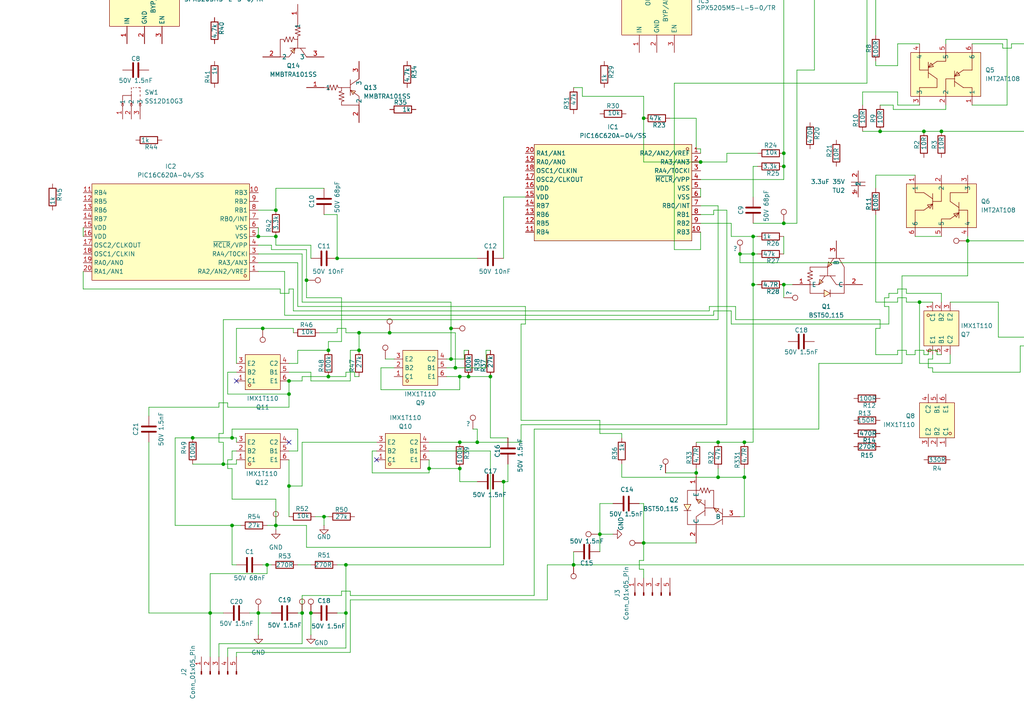
<source format=kicad_sch>
(kicad_sch (version 20250114) (generator "eeschema") (generator_version "9.0")
  (paper "A4")
  (lib_symbols
    (symbol "Connector:Conn_01x04_Pin" (pin_names (offset 1.016) (hide yes))
      (property "Reference" "J" (at 0 5.08 0))
      (property "Value" "Conn_01x04_Pin" (at 0 -7.62 0))
      (symbol "Conn_01x04_Pin_1_1"
        (pin passive line (at 5.08 2.54 180) (length 3.81) (name "Pin_1") (number "1"))
        (pin passive line (at 5.08 0 180) (length 3.81) (name "Pin_2") (number "2"))
        (pin passive line (at 5.08 -2.54 180) (length 3.81) (name "Pin_3") (number "3"))
        (pin passive line (at 5.08 -5.08 180) (length 3.81) (name "Pin_4") (number "4"))
      )
    )
    (symbol "Connector:Conn_01x05_Pin" (pin_names (offset 1.016) (hide yes))
      (property "Reference" "J" (at 0 7.62 0))
      (property "Value" "Conn_01x05_Pin" (at 0 -7.62 0))
      (symbol "Conn_01x05_Pin_1_1"
        (pin passive line (at 5.08 5.08 180) (length 3.81) (name "Pin_1") (number "1"))
        (pin passive line (at 5.08 2.54 180) (length 3.81) (name "Pin_2") (number "2"))
        (pin passive line (at 5.08 0 180) (length 3.81) (name "Pin_3") (number "3"))
        (pin passive line (at 5.08 -2.54 180) (length 3.81) (name "Pin_4") (number "4"))
        (pin passive line (at 5.08 -5.08 180) (length 3.81) (name "Pin_5") (number "5"))
      )
    )
    (symbol "Connector:TestPoint" (pin_numbers (hide yes)) (pin_names (offset 0.762) (hide yes))
      (property "Reference" "TP" (at 0 6.858 0))
      (property "Value" "TestPoint" (at 0 5.08 0))
      (symbol "TestPoint_1_1"
        (pin passive line (at 0 0 90) (length 2.54) (name "1") (number "1"))
      )
    )
    (symbol "Device:C" (pin_numbers (hide yes)) (pin_names (offset 0.254))
      (property "Reference" "C" (at 0.635 2.54 0))
      (property "Value" "C" (at 0.635 -2.54 0))
      (symbol "C_1_1"
        (pin passive line (at 0 3.81 270) (length 2.794) (name "~") (number "1"))
        (pin passive line (at 0 -3.81 90) (length 2.794) (name "~") (number "2"))
      )
    )
    (symbol "Device:R" (pin_numbers (hide yes)) (pin_names (offset 0))
      (property "Reference" "R" (at 2.032 0 90))
      (property "Value" "R" (at 0 0 90))
      (symbol "R_1_1"
        (pin passive line (at 0 3.81 270) (length 1.27) (name "~") (number "1"))
        (pin passive line (at 0 -3.81 90) (length 1.27) (name "~") (number "2"))
      )
    )
    (symbol "Diode:BZV55B36" (pin_numbers (hide yes)) (pin_names (hide yes))
      (property "Reference" "D" (at 0 2.54 0))
      (property "Value" "BZV55B36" (at 0 -2.54 0))
      (symbol "BZV55B36_1_1"
        (pin passive line (at -3.81 0 0) (length 2.54) (name "K") (number "1"))
        (pin passive line (at 3.81 0 180) (length 2.54) (name "A") (number "2"))
      )
    )
    (symbol "Regulator_Linear:KA78M05_TO252" (pin_names (offset 0.254))
      (property "Reference" "U" (at -3.81 3.175 0))
      (property "Value" "KA78M05_TO252" (at 0 3.175 0))
      (symbol "KA78M05_TO252_1_1"
        (pin power_in line (at -7.62 0 0) (length 2.54) (name "VI") (number "1"))
        (pin power_in line (at 0 -7.62 90) (length 2.54) (name "GND") (number "2"))
        (pin power_out line (at 7.62 0 180) (length 2.54) (name "VO") (number "3"))
      )
    )
    (symbol "easyeda2kicad:BST50,115"
      (property "Reference" "Q" (at 0 15.24 0))
      (property "Value" "BST50,115" (at 0 -15.24 0))
      (symbol "BST50,115_0_1"
        (pin unspecified line (at -10.16 2.54 0) (length 5.08) (name "B") (number "3"))
        (pin unspecified line (at 2.54 10.16 270) (length 5.08) (name "C") (number "2"))
        (pin unspecified line (at 2.54 -10.16 90) (length 5.08) (name "E") (number "1"))
      )
    )
    (symbol "easyeda2kicad:FM4007"
      (property "Reference" "D" (at 0 5.08 0))
      (property "Value" "FM4007" (at 0 -5.08 0))
      (symbol "FM4007_0_1"
        (pin unspecified line (at -5.08 0 0) (length 3.81) (name "C") (number "1"))
        (pin unspecified line (at 5.08 0 180) (length 3.81) (name "A") (number "2"))
      )
    )
    (symbol "easyeda2kicad:IMT2AT108"
      (property "Reference" "Q" (at 0 13.97 0))
      (property "Value" "IMT2AT108" (at 0 -13.97 0))
      (symbol "IMT2AT108_0_1"
        (pin unspecified line (at -7.62 8.89 270) (length 2.54) (name "4") (number "4"))
        (pin unspecified line (at -7.62 -8.89 90) (length 2.54) (name "3") (number "3"))
        (pin unspecified line (at 0 8.89 270) (length 2.54) (name "5") (number "5"))
        (pin unspecified line (at 0 -8.89 90) (length 2.54) (name "2") (number "2"))
        (pin unspecified line (at 7.62 8.89 270) (length 2.54) (name "6") (number "6"))
        (pin unspecified line (at 7.62 -8.89 90) (length 2.54) (name "1") (number "1"))
      )
    )
    (symbol "easyeda2kicad:IMX1T110"
      (property "Reference" "Q" (at 0 7.62 0))
      (property "Value" "IMX1T110" (at 0 -7.62 0))
      (symbol "IMX1T110_0_1"
        (pin unspecified line (at -7.62 2.54 0) (length 2.54) (name "C1") (number "1"))
        (pin unspecified line (at -7.62 0 0) (length 2.54) (name "B2") (number "2"))
        (pin unspecified line (at -7.62 -2.54 0) (length 2.54) (name "E2") (number "3"))
        (pin unspecified line (at 7.62 2.54 180) (length 2.54) (name "E1") (number "6"))
        (pin unspecified line (at 7.62 0 180) (length 2.54) (name "B1") (number "5"))
        (pin unspecified line (at 7.62 -2.54 180) (length 2.54) (name "C2") (number "4"))
      )
    )
    (symbol "easyeda2kicad:L78L15ABUTR"
      (property "Reference" "U" (at 0 8.89 0))
      (property "Value" "L78L15ABUTR" (at 0 -11.43 0))
      (symbol "L78L15ABUTR_0_1"
        (pin power_in line (at -12.7 3.81 0) (length 5.08) (name "VIN") (number "3"))
        (pin power_in line (at 0 -6.35 90) (length 5.08) (name "GND") (number "2"))
        (pin power_in line (at 12.7 3.81 180) (length 5.08) (name "VOUT") (number "1"))
      )
    )
    (symbol "easyeda2kicad:MMBTRA101SS"
      (property "Reference" "U" (at 0 15.24 0))
      (property "Value" "MMBTRA101SS" (at 0 -12.7 0))
      (symbol "MMBTRA101SS_0_1"
        (pin unspecified line (at -7.62 2.54 0) (length 5.08) (name "1") (number "1"))
        (pin unspecified line (at 7.62 10.16 270) (length 5.08) (name "3") (number "3"))
        (pin unspecified line (at 7.62 -7.62 90) (length 5.08) (name "2") (number "2"))
      )
    )
    (symbol "easyeda2kicad:PIC16C620A-04_SS"
      (property "Reference" "U" (at 0 17.78 0))
      (property "Value" "PIC16C620A-04/SS" (at 0 -15.24 0))
      (symbol "PIC16C620A-04_SS_0_1"
        (pin unspecified line (at -25.4 12.7 0) (length 2.54) (name "RA2/AN2/VREF") (number "1"))
        (pin unspecified line (at -25.4 10.16 0) (length 2.54) (name "RA3/AN3") (number "2"))
        (pin unspecified line (at -25.4 7.62 0) (length 2.54) (name "RA4/T0CKI") (number "3"))
        (pin unspecified line (at -25.4 5.08 0) (length 2.54) (name "~{MCLR}/VPP") (number "4"))
        (pin unspecified line (at -25.4 2.54 0) (length 2.54) (name "VSS") (number "5"))
        (pin unspecified line (at -25.4 0 0) (length 2.54) (name "VSS") (number "6"))
        (pin unspecified line (at -25.4 -2.54 0) (length 2.54) (name "RB0/INT") (number "7"))
        (pin unspecified line (at -25.4 -5.08 0) (length 2.54) (name "RB1") (number "8"))
        (pin unspecified line (at -25.4 -7.62 0) (length 2.54) (name "RB2") (number "9"))
        (pin unspecified line (at -25.4 -10.16 0) (length 2.54) (name "RB3") (number "10"))
        (pin unspecified line (at 25.4 12.7 180) (length 2.54) (name "RA1/AN1") (number "20"))
        (pin unspecified line (at 25.4 10.16 180) (length 2.54) (name "RA0/AN0") (number "19"))
        (pin unspecified line (at 25.4 7.62 180) (length 2.54) (name "OSC1/CLKIN") (number "18"))
        (pin unspecified line (at 25.4 5.08 180) (length 2.54) (name "OSC2/CLKOUT") (number "17"))
        (pin unspecified line (at 25.4 2.54 180) (length 2.54) (name "VDD") (number "16"))
        (pin unspecified line (at 25.4 0 180) (length 2.54) (name "VDD") (number "15"))
        (pin unspecified line (at 25.4 -2.54 180) (length 2.54) (name "RB7") (number "14"))
        (pin unspecified line (at 25.4 -5.08 180) (length 2.54) (name "RB6") (number "13"))
        (pin unspecified line (at 25.4 -7.62 180) (length 2.54) (name "RB5") (number "12"))
        (pin unspecified line (at 25.4 -10.16 180) (length 2.54) (name "RB4") (number "11"))
      )
    )
    (symbol "easyeda2kicad:SPX5205M5-L-5-0_TR"
      (property "Reference" "U" (at 0 10.16 0))
      (property "Value" "SPX5205M5-L-5-0/TR" (at 0 -10.16 0))
      (symbol "SPX5205M5-L-5-0_TR_0_1"
        (pin unspecified line (at -11.43 5.08 0) (length 5.08) (name "IN") (number "1"))
        (pin unspecified line (at -11.43 0 0) (length 5.08) (name "GND") (number "2"))
        (pin unspecified line (at -11.43 -5.08 0) (length 5.08) (name "EN") (number "3"))
        (pin unspecified line (at 11.43 2.54 180) (length 5.08) (name "OUT") (number "5"))
        (pin unspecified line (at 11.43 -2.54 180) (length 5.08) (name "BYP/ADJ") (number "4"))
      )
    )
    (symbol "easyeda2kicad:SS12D10G3"
      (property "Reference" "SW" (at 0 1.02 0))
      (property "Value" "SS12D10G3" (at 0 -9.14 0))
      (symbol "SS12D10G3_0_1"
        (pin unspecified line (at -2.54 -4.06 90) (length 3.81) (name "1") (number "1"))
        (pin unspecified line (at 0 -4.06 90) (length 3.81) (name "2") (number "2"))
        (pin unspecified line (at 2.54 -4.06 90) (length 3.81) (name "3") (number "3"))
      )
    )
    (symbol "easyeda2kicad:TAJA106K016RNJ" (pin_names (hide yes))
      (property "Reference" "C" (at 0 5.08 0))
      (property "Value" "TAJA106K016RNJ" (at 0 -5.08 0))
      (symbol "TAJA106K016RNJ_0_1"
        (pin input line (at -3.81 0 0) (length 2.54) (name "2") (number "2"))
        (pin input line (at 3.81 0 180) (length 2.54) (name "1") (number "1"))
      )
    )
    (symbol "easyeda2kicad:TAJB225K035RNJ" (pin_names (hide yes))
      (property "Reference" "C" (at 0 5.08 0))
      (property "Value" "TAJB225K035RNJ" (at 0 -5.08 0))
      (symbol "TAJB225K035RNJ_0_1"
        (pin input line (at -3.81 0 0) (length 2.54) (name "2") (number "2"))
        (pin input line (at 3.81 0 180) (length 2.54) (name "1") (number "1"))
      )
    )
    (symbol "easyeda2kicad:TAJB335K035RNJ"
      (property "Reference" "C" (at 0 5.08 0))
      (property "Value" "TAJB335K035RNJ" (at 0 -5.08 0))
      (symbol "TAJB335K035RNJ_0_1"
        (pin input line (at -3.81 0 0) (length 2.54) (name "2") (number "2"))
        (pin input line (at 3.81 0 180) (length 2.54) (name "1") (number "1"))
      )
    )
    (symbol "easyeda2kicad:TLP181GB-S"
      (property "Reference" "U" (at 0 7.62 0))
      (property "Value" "TLP181GB-S" (at 0 -7.62 0))
      (symbol "TLP181GB-S_0_1"
        (pin unspecified line (at -12.7 2.54 0) (length 5.08) (name "AN") (number "1"))
        (pin unspecified line (at -12.7 -2.54 0) (length 5.08) (name "CAT") (number "3"))
        (pin unspecified line (at 10.16 2.54 180) (length 5.08) (name "COL") (number "6"))
        (pin unspecified line (at 10.16 -2.54 180) (length 5.08) (name "EMI") (number "4"))
      )
    )
    (symbol "easyeda2kicad:V23057-B0006-A101"
      (property "Reference" "K" (at 0 12.7 0))
      (property "Value" "V23057-B0006-A101" (at 0 -12.7 0))
      (symbol "V23057-B0006-A101_0_1"
        (pin unspecified line (at -5.08 7.62 270) (length 5.08) (name "A1") (number "A1"))
        (pin unspecified line (at -5.08 -7.62 90) (length 5.08) (name "A2") (number "A2"))
        (pin unspecified line (at 0 -7.62 90) (length 5.08) (name "5") (number "5"))
        (pin unspecified line (at 2.54 -7.62 90) (length 5.08) (name "4") (number "4"))
        (pin unspecified line (at 5.08 -7.62 90) (length 5.08) (name "3") (number "3"))
      )
    )
    (symbol "easyeda2kicad:ZMM15_C179550"
      (property "Reference" "D" (at 0 5.08 0))
      (property "Value" "ZMM15_C179550" (at 0 -5.08 0))
      (symbol "ZMM15_C179550_0_1"
        (pin unspecified line (at -5.08 0 0) (length 3.81) (name "1") (number "1"))
        (pin unspecified line (at 5.08 0 180) (length 3.81) (name "2") (number "2"))
      )
    )
    (symbol "power:GND" (power) (pin_numbers (hide yes)) (pin_names (offset 0) (hide yes))
      (property "Value" "GND" (at 0 -3.81 0))
      (symbol "GND_1_1"
        (pin power_in line (at 0 0 270) (length 0) (name "~") (number "1"))
      )
    )
  )
  (junction (at 130.81 104.14))
  (junction (at 133.35 109.22))
  (junction (at 227.33 48.26))
  (junction (at 104.14 96.52))
  (junction (at 266.7 87.63))
  (junction (at 251.46 -1.27))
  (junction (at 208.28 138.43))
  (junction (at 133.35 135.89))
  (junction (at 218.44 68.58))
  (junction (at 236.22 -27.94))
  (junction (at 67.31 127))
  (junction (at 60.96 177.8))
  (junction (at 186.69 -118.11))
  (junction (at 300.99 38.1))
  (junction (at 203.2 46.99))
  (junction (at 95.25 101.6))
  (junction (at 100.33 163.83))
  (junction (at 133.35 128.27))
  (junction (at 273.05 -45.72))
  (junction (at 90.17 177.8))
  (junction (at 113.0088 96.52))
  (junction (at 236.22 -35.56))
  (junction (at 83.82 114.3))
  (junction (at 166.37 163.83))
  (junction (at 80.01 60.96))
  (junction (at 267.97 38.1))
  (junction (at 186.69 157.48))
  (junction (at 138.43 128.27))
  (junction (at 67.31 152.4))
  (junction (at 215.9 138.43))
  (junction (at 215.9 128.27))
  (junction (at 135.89 109.22))
  (junction (at 97.79 74.93))
  (junction (at 74.93 177.8))
  (junction (at 273.05 38.1))
  (junction (at 236.22 -69.85))
  (junction (at 80.01 68.58))
  (junction (at 173.99 154.94))
  (junction (at 280.67 69.85))
  (junction (at 76.2 95.25))
  (junction (at 194.31 -69.85))
  (junction (at 88.9 81.28))
  (junction (at 175.26 -96.52))
  (junction (at 300.99 16.51))
  (junction (at 74.93 68.58))
  (junction (at 146.05 139.7))
  (junction (at 100.33 177.8))
  (junction (at 214.63 73.66))
  (junction (at 87.63 177.8))
  (junction (at 64.77 134.62))
  (junction (at 186.69 -86.36))
  (junction (at 186.69 34.29))
  (junction (at 80.01 152.4))
  (junction (at 273.05 -26.67))
  (junction (at 175.26 -118.11))
  (junction (at 227.33 82.55))
  (junction (at 83.82 140.97))
  (junction (at 55.88 127))
  (junction (at 236.22 -50.8))
  (junction (at 201.93 137.16))
  (junction (at 83.82 110.49))
  (junction (at 236.22 -41.91))
  (junction (at 95.25 109.22))
  (junction (at 255.27 38.1))
  (junction (at 124.46 135.89))
  (junction (at 130.81 95.25))
  (junction (at 93.98 149.86))
  (junction (at 104.14 101.6))
  (junction (at 227.33 64.77))
  (junction (at 208.28 128.27))
  (junction (at 218.44 82.55))
  (junction (at 218.44 73.66))
  (junction (at 227.33 44.45))
  (junction (at 77.47 163.83))
  (junction (at 142.24 109.22))
  (junction (at 132.08 106.68))
  (no_connect (at 83.82 128.27))
  (no_connect (at 68.58 110.49))
  (no_connect (at 109.22 133.35))
  (wire (pts (xy 67.31 163.83) (xy 68.58 163.83)))
  (wire (pts (xy 273.05 -27.94) (xy 273.05 -26.67)))
  (wire (pts (xy 262.89 -17.78) (xy 262.89 -13.97)))
  (wire (pts (xy 194.31 -78.74) (xy 194.31 -69.85)))
  (wire (pts (xy 257.81 85.09) (xy 260.35 85.09)))
  (wire (pts (xy 100.33 177.8) (xy 100.33 187.96)))
  (wire (pts (xy 185.42 146.05) (xy 186.69 146.05)))
  (wire (pts (xy 161.29 -121.92) (xy 186.69 -121.92)))
  (wire (pts (xy 97.79 62.23) (xy 97.79 74.93)))
  (wire (pts (xy 102.87 107.95) (xy 102.87 109.22)))
  (wire (pts (xy 186.69 162.56) (xy 185.42 162.56)))
  (wire (pts (xy 124.46 128.27) (xy 133.35 128.27)))
  (wire (pts (xy 194.31 -69.85) (xy 236.22 -69.85)))
  (wire (pts (xy 208.28 135.89) (xy 208.28 138.43)))
  (wire (pts (xy 280.67 68.58) (xy 280.67 69.85)))
  (wire (pts (xy 100.33 163.83) (xy 97.79 163.83)))
  (wire (pts (xy 43.18 120.65) (xy 43.18 118.11)))
  (wire (pts (xy 140.97 106.68) (xy 140.97 101.6)))
  (wire (pts (xy 175.26 -96.52) (xy 175.26 -95.25)))
  (wire (pts (xy 43.18 118.11) (xy 63.5 118.11)))
  (wire (pts (xy 90.17 71.12) (xy 90.17 74.93)))
  (wire (pts (xy 214.63 73.66) (xy 218.44 73.66)))
  (wire (pts (xy 208.28 128.27) (xy 215.9 128.27)))
  (wire (pts (xy 67.31 163.83) (xy 67.31 152.4)))
  (wire (pts (xy 269.24 101.6) (xy 269.24 102.87)))
  (wire (pts (xy 203.2 54.61) (xy 203.2 57.15)))
  (wire (pts (xy 166.37 25.4) (xy 168.91 25.4)))
  (wire (pts (xy 207.01 60.96) (xy 207.01 62.23)))
  (wire (pts (xy 267.97 101.6) (xy 265.43 101.6)))
  (wire (pts (xy 133.35 109.22) (xy 133.35 113.03)))
  (wire (pts (xy 295.91 -17.78) (xy 262.89 -17.78)))
  (wire (pts (xy 236.22 -41.91) (xy 241.3 -41.91)))
  (wire (pts (xy 231.14 20.32) (xy 231.14 64.77)))
  (wire (pts (xy 262.89 102.87) (xy 262.89 101.6)))
  (wire (pts (xy 86.36 177.8) (xy 87.63 177.8)))
  (wire (pts (xy 254 19.05) (xy 260.35 19.05)))
  (wire (pts (xy 161.29 -140.97) (xy 161.29 -121.92)))
  (wire (pts (xy 80.01 152.4) (xy 88.9 152.4)))
  (wire (pts (xy 83.82 114.3) (xy 83.82 118.11)))
  (wire (pts (xy 124.46 137.16) (xy 124.46 135.89)))
  (wire (pts (xy 236.22 -35.56) (xy 241.3 -35.56)))
  (wire (pts (xy 101.6 171.45) (xy 101.6 172.72)))
  (wire (pts (xy 254 95.25) (xy 255.27 95.25)))
  (wire (pts (xy 290.83 13.97) (xy 293.37 13.97)))
  (wire (pts (xy 67.31 124.46) (xy 86.36 124.46)))
  (wire (pts (xy 203.2 62.23) (xy 207.01 62.23)))
  (wire (pts (xy 201.93 135.89) (xy 201.93 137.16)))
  (wire (pts (xy 60.96 177.8) (xy 60.96 166.37)))
  (wire (pts (xy 180.34 -85.09) (xy 180.34 -78.74)))
  (wire (pts (xy 152.4 88.9) (xy 152.4 93.98)))
  (wire (pts (xy 273.05 102.87) (xy 271.78 102.87)))
  (wire (pts (xy 212.09 90.17) (xy 212.09 93.98)))
  (wire (pts (xy 265.43 -11.43) (xy 251.46 -11.43)))
  (wire (pts (xy 218.44 73.66) (xy 218.44 82.55)))
  (wire (pts (xy 63.5 125.73) (xy 63.5 128.27)))
  (wire (pts (xy 110.49 113.03) (xy 133.35 113.03)))
  (wire (pts (xy 67.31 133.35) (xy 66.04 133.35)))
  (wire (pts (xy 90.17 107.95) (xy 90.17 110.49)))
  (wire (pts (xy 124.46 130.81) (xy 142.24 130.81)))
  (wire (pts (xy 130.81 95.25) (xy 130.81 104.14)))
  (wire (pts (xy 87.63 109.22) (xy 87.63 110.49)))
  (wire (pts (xy 260.35 85.09) (xy 260.35 83.82)))
  (wire (pts (xy 146.05 163.83) (xy 146.05 139.7)))
  (wire (pts (xy 80.01 153.67) (xy 80.01 152.4)))
  (wire (pts (xy 107.95 130.81) (xy 107.95 137.16)))
  (wire (pts (xy 68.58 130.81) (xy 67.31 130.81)))
  (wire (pts (xy 66.04 118.11) (xy 83.82 118.11)))
  (wire (pts (xy 254 17.78) (xy 254 19.05)))
  (wire (pts (xy 87.63 128.27) (xy 109.22 128.27)))
  (wire (pts (xy 151.13 128.27) (xy 151.13 123.19)))
  (wire (pts (xy 262.89 -13.97) (xy 265.43 -13.97)))
  (wire (pts (xy 265.43 68.58) (xy 273.05 68.58)))
  (wire (pts (xy 85.09 90.17) (xy 205.74 90.17)))
  (wire (pts (xy 212.09 68.58) (xy 218.44 68.58)))
  (wire (pts (xy 248.92 -41.91) (xy 255.27 -41.91)))
  (wire (pts (xy 97.79 96.52) (xy 97.79 95.25)))
  (wire (pts (xy 88.9 158.75) (xy 142.24 158.75)))
  (wire (pts (xy 236.22 20.32) (xy 231.14 20.32)))
  (wire (pts (xy 95.25 101.6) (xy 95.25 99.06)))
  (wire (pts (xy 168.91 25.4) (xy 168.91 27.94)))
  (wire (pts (xy 104.14 96.52) (xy 113.0088 96.52)))
  (wire (pts (xy 78.74 72.39) (xy 78.74 71.12)))
  (wire (pts (xy 254 -8.89) (xy 254 10.16)))
  (wire (pts (xy 137.16 124.46) (xy 138.43 124.46)))
  (wire (pts (xy 166.37 163.83) (xy 158.75 163.83)))
  (wire (pts (xy 271.78 101.6) (xy 269.24 101.6)))
  (wire (pts (xy 326.39 76.2) (xy 326.39 -69.85)))
  (wire (pts (xy 78.74 163.83) (xy 77.47 163.83)))
  (wire (pts (xy 265.43 -29.21) (xy 262.89 -29.21)))
  (wire (pts (xy 83.82 140.97) (xy 83.82 149.86)))
  (wire (pts (xy 87.63 73.66) (xy 87.63 87.63)))
  (wire (pts (xy 90.17 110.49) (xy 101.6 110.49)))
  (wire (pts (xy 294.64 -36.83) (xy 294.64 -34.29)))
  (wire (pts (xy 66.04 135.89) (xy 67.31 135.89)))
  (wire (pts (xy 142.24 127) (xy 147.32 127)))
  (wire (pts (xy 180.34 125.73) (xy 180.34 127)))
  (wire (pts (xy 262.89 86.36) (xy 262.89 87.63)))
  (wire (pts (xy 95.25 109.22) (xy 100.33 109.22)))
  (wire (pts (xy 203.2 46.99) (xy 210.82 46.99)))
  (wire (pts (xy 236.22 -41.91) (xy 236.22 -35.56)))
  (wire (pts (xy 68.58 134.62) (xy 68.58 133.35)))
  (wire (pts (xy 302.26 -33.02) (xy 302.26 -8.89)))
  (wire (pts (xy 80.01 152.4) (xy 77.47 152.4)))
  (wire (pts (xy 185.42 165.1) (xy 186.69 165.1)))
  (wire (pts (xy 63.5 186.69) (xy 63.5 190.5)))
  (wire (pts (xy 87.63 87.63) (xy 130.81 87.63)))
  (wire (pts (xy 67.31 144.78) (xy 80.01 144.78)))
  (wire (pts (xy 81.28 85.09) (xy 83.82 85.09)))
  (wire (pts (xy 254 87.63) (xy 260.35 87.63)))
  (wire (pts (xy 203.2 64.77) (xy 212.09 64.77)))
  (wire (pts (xy 218.44 48.26) (xy 218.44 57.15)))
  (wire (pts (xy 132.08 96.52) (xy 132.08 106.68)))
  (wire (pts (xy 87.63 109.22) (xy 95.25 109.22)))
  (wire (pts (xy 63.5 118.11) (xy 63.5 116.84)))
  (wire (pts (xy 99.06 99.06) (xy 99.06 86.36)))
  (wire (pts (xy 295.91 107.95) (xy 295.91 100.33)))
  (wire (pts (xy 300.99 16.51) (xy 300.99 19.05)))
  (wire (pts (xy 68.58 127) (xy 68.58 128.27)))
  (wire (pts (xy 262.89 85.09) (xy 273.05 85.09)))
  (wire (pts (xy 175.26 -96.52) (xy 180.34 -96.52)))
  (wire (pts (xy 133.35 109.22) (xy 129.54 109.22)))
  (wire (pts (xy 210.82 60.96) (xy 207.01 60.96)))
  (wire (pts (xy 133.35 135.89) (xy 133.35 139.7)))
  (wire (pts (xy 74.93 76.2) (xy 86.36 76.2)))
  (wire (pts (xy 295.91 -38.1) (xy 295.91 -36.83)))
  (wire (pts (xy 265.43 -8.89) (xy 254 -8.89)))
  (wire (pts (xy 110.49 106.68) (xy 110.49 113.03)))
  (wire (pts (xy 262.89 83.82) (xy 262.89 85.09)))
  (wire (pts (xy 154.94 124.46) (xy 237.49 124.46)))
  (wire (pts (xy 82.55 91.44) (xy 207.01 91.44)))
  (wire (pts (xy 158.75 163.83) (xy 158.75 173.99)))
  (wire (pts (xy 218.44 68.58) (xy 219.71 68.58)))
  (wire (pts (xy 86.36 76.2) (xy 86.36 88.9)))
  (wire (pts (xy 180.34 134.62) (xy 180.34 138.43)))
  (wire (pts (xy 102.87 109.22) (xy 104.14 109.22)))
  (wire (pts (xy 256.54 88.9) (xy 256.54 86.36)))
  (wire (pts (xy 270.51 -27.94) (xy 265.43 -27.94)))
  (wire (pts (xy 63.5 116.84) (xy 66.04 116.84)))
  (wire (pts (xy 227.33 52.07) (xy 227.33 48.26)))
  (wire (pts (xy 50.8 127) (xy 55.88 127)))
  (wire (pts (xy 85.09 83.82) (xy 85.09 90.17)))
  (wire (pts (xy 64.77 125.73) (xy 63.5 125.73)))
  (wire (pts (xy 138.43 128.27) (xy 138.43 124.46)))
  (wire (pts (xy 83.82 85.09) (xy 83.82 83.82)))
  (wire (pts (xy 213.36 92.71) (xy 255.27 92.71)))
  (wire (pts (xy 82.55 78.74) (xy 82.55 91.44)))
  (wire (pts (xy 135.89 101.6) (xy 134.62 101.6)))
  (wire (pts (xy 64.77 92.71) (xy 208.28 92.71)))
  (wire (pts (xy 208.28 138.43) (xy 215.9 138.43)))
  (wire (pts (xy 237.49 124.46) (xy 237.49 105.41)))
  (wire (pts (xy 271.78 102.87) (xy 271.78 101.6)))
  (wire (pts (xy 100.33 107.95) (xy 102.87 107.95)))
  (wire (pts (xy 88.9 86.36) (xy 99.06 86.36)))
  (wire (pts (xy 87.63 186.69) (xy 63.5 186.69)))
  (wire (pts (xy 151.13 121.92) (xy 173.99 121.92)))
  (wire (pts (xy 265.43 -27.94) (xy 265.43 -29.21)))
  (wire (pts (xy 87.63 128.27) (xy 87.63 140.97)))
  (wire (pts (xy 236.22 -27.94) (xy 236.22 20.32)))
  (wire (pts (xy 186.69 146.05) (xy 186.69 157.48)))
  (wire (pts (xy 289.56 97.79) (xy 299.72 97.79)))
  (wire (pts (xy 180.34 -87.63) (xy 181.61 -87.63)))
  (wire (pts (xy 74.93 73.66) (xy 87.63 73.66)))
  (wire (pts (xy 95.25 99.06) (xy 99.06 99.06)))
  (wire (pts (xy 100.33 177.8) (xy 100.33 163.83)))
  (wire (pts (xy 300.99 64.77) (xy 300.99 69.85)))
  (wire (pts (xy 80.01 60.96) (xy 80.01 54.61)))
  (wire (pts (xy 60.96 166.37) (xy 77.47 166.37)))
  (wire (pts (xy 205.74 90.17) (xy 205.74 88.9)))
  (wire (pts (xy 295.91 100.33) (xy 299.72 100.33)))
  (wire (pts (xy 85.09 95.25) (xy 85.09 96.52)))
  (wire (pts (xy 270.51 107.95) (xy 295.91 107.95)))
  (wire (pts (xy 260.35 86.36) (xy 260.35 87.63)))
  (wire (pts (xy 173.99 154.94) (xy 173.99 160.02)))
  (wire (pts (xy 203.2 43.18) (xy 203.2 44.45)))
  (wire (pts (xy 24.13 78.74) (xy 24.13 83.82)))
  (wire (pts (xy 292.1 11.43) (xy 274.32 11.43)))
  (wire (pts (xy 236.22 -27.94) (xy 241.3 -27.94)))
  (wire (pts (xy 154.94 172.72) (xy 154.94 124.46)))
  (wire (pts (xy 114.3 106.68) (xy 110.49 106.68)))
  (wire (pts (xy 255.27 -45.72) (xy 273.05 -45.72)))
  (wire (pts (xy 134.62 101.6) (xy 134.62 104.14)))
  (wire (pts (xy 186.69 34.29) (xy 186.69 46.99)))
  (wire (pts (xy 78.74 71.12) (xy 74.93 71.12)))
  (wire (pts (xy 124.46 135.89) (xy 133.35 135.89)))
  (wire (pts (xy 90.17 184.15) (xy 90.17 177.8)))
  (wire (pts (xy 91.44 149.86) (xy 93.98 149.86)))
  (wire (pts (xy 24.13 66.04) (xy 24.13 68.58)))
  (wire (pts (xy 227.33 -19.05) (xy 227.33 44.45)))
  (wire (pts (xy 83.82 133.35) (xy 83.82 140.97)))
  (wire (pts (xy 214.63 73.66) (xy 214.63 76.2)))
  (wire (pts (xy 207.01 90.17) (xy 212.09 90.17)))
  (wire (pts (xy 64.77 128.27) (xy 64.77 134.62)))
  (wire (pts (xy 68.58 105.41) (xy 68.58 95.25)))
  (wire (pts (xy 181.61 -87.63) (xy 181.61 -85.09)))
  (wire (pts (xy 261.62 80.01) (xy 261.62 105.41)))
  (wire (pts (xy 293.37 12.7) (xy 300.99 12.7)))
  (wire (pts (xy 251.46 -11.43) (xy 251.46 -1.27)))
  (wire (pts (xy 255.27 95.25) (xy 255.27 92.71)))
  (wire (pts (xy 181.61 -85.09) (xy 180.34 -85.09)))
  (wire (pts (xy 259.08 30.48) (xy 259.08 31.75)))
  (wire (pts (xy 326.39 -69.85) (xy 236.22 -69.85)))
  (wire (pts (xy 152.4 57.15) (xy 146.05 57.15)))
  (wire (pts (xy 87.63 110.49) (xy 83.82 110.49)))
  (wire (pts (xy 88.9 72.39) (xy 78.74 72.39)))
  (wire (pts (xy 101.6 101.6) (xy 104.14 101.6)))
  (wire (pts (xy 166.37 160.02) (xy 166.37 163.83)))
  (wire (pts (xy 219.71 73.66) (xy 218.44 73.66)))
  (wire (pts (xy 292.1 30.48) (xy 292.1 11.43)))
  (wire (pts (xy 260.35 30.48) (xy 266.7 30.48)))
  (wire (pts (xy 227.33 68.58) (xy 227.33 73.66)))
  (wire (pts (xy 177.8 146.05) (xy 173.99 146.05)))
  (wire (pts (xy 254 102.87) (xy 254 95.25)))
  (wire (pts (xy 257.81 86.36) (xy 257.81 85.09)))
  (wire (pts (xy 214.63 149.86) (xy 215.9 149.86)))
  (wire (pts (xy 66.04 116.84) (xy 66.04 118.11)))
  (wire (pts (xy 215.9 128.27) (xy 218.44 128.27)))
  (wire (pts (xy 107.95 137.16) (xy 124.46 137.16)))
  (wire (pts (xy 132.08 106.68) (xy 140.97 106.68)))
  (wire (pts (xy 201.93 128.27) (xy 208.28 128.27)))
  (wire (pts (xy 275.59 -46.99) (xy 276.86 -46.99)))
  (wire (pts (xy 92.71 96.52) (xy 97.79 96.52)))
  (wire (pts (xy 219.71 48.26) (xy 218.44 48.26)))
  (wire (pts (xy 186.69 46.99) (xy 203.2 46.99)))
  (wire (pts (xy 101.6 110.49) (xy 101.6 101.6)))
  (wire (pts (xy 257.81 88.9) (xy 256.54 88.9)))
  (wire (pts (xy 86.36 101.6) (xy 95.25 101.6)))
  (wire (pts (xy 43.18 177.8) (xy 43.18 128.27)))
  (wire (pts (xy 80.01 71.12) (xy 90.17 71.12)))
  (wire (pts (xy 140.97 101.6) (xy 142.24 101.6)))
  (wire (pts (xy 201.93 43.18) (xy 203.2 43.18)))
  (wire (pts (xy 237.49 105.41) (xy 261.62 105.41)))
  (wire (pts (xy 227.33 82.55) (xy 227.33 86.36)))
  (wire (pts (xy 280.67 69.85) (xy 280.67 80.01)))
  (wire (pts (xy 63.5 128.27) (xy 64.77 128.27)))
  (wire (pts (xy 275.59 87.63) (xy 289.56 87.63)))
  (wire (pts (xy 60.96 177.8) (xy 43.18 177.8)))
  (wire (pts (xy 231.14 64.77) (xy 227.33 64.77)))
  (wire (pts (xy 113.0088 96.52) (xy 132.08 96.52)))
  (wire (pts (xy 175.26 -118.11) (xy 175.26 -96.52)))
  (wire (pts (xy 269.24 102.87) (xy 267.97 102.87)))
  (wire (pts (xy 158.75 -118.11) (xy 175.26 -118.11)))
  (wire (pts (xy 50.8 127) (xy 50.8 152.4)))
  (wire (pts (xy 251.46 -1.27) (xy 251.46 24.13)))
  (wire (pts (xy 64.77 134.62) (xy 68.58 134.62)))
  (wire (pts (xy 130.81 104.14) (xy 129.54 104.14)))
  (wire (pts (xy 194.31 34.29) (xy 201.93 34.29)))
  (wire (pts (xy 250.19 30.48) (xy 250.19 26.67)))
  (wire (pts (xy 266.7 -50.8) (xy 275.59 -50.8)))
  (wire (pts (xy 175.26 -86.36) (xy 186.69 -86.36)))
  (wire (pts (xy 250.19 38.1) (xy 255.27 38.1)))
  (wire (pts (xy 266.7 87.63) (xy 266.7 105.41)))
  (wire (pts (xy 80.01 54.61) (xy 93.98 54.61)))
  (wire (pts (xy 81.28 83.82) (xy 81.28 85.09)))
  (wire (pts (xy 87.63 172.72) (xy 99.06 172.72)))
  (wire (pts (xy 262.89 -29.21) (xy 262.89 -27.94)))
  (wire (pts (xy 264.16 -35.56) (xy 264.16 -26.67)))
  (wire (pts (xy 269.24 104.14) (xy 269.24 106.68)))
  (wire (pts (xy 260.35 26.67) (xy 260.35 30.48)))
  (wire (pts (xy 218.44 82.55) (xy 218.44 128.27)))
  (wire (pts (xy 86.36 88.9) (xy 152.4 88.9)))
  (wire (pts (xy 260.35 12.7) (xy 266.7 12.7)))
  (wire (pts (xy 124.46 135.89) (xy 124.46 133.35)))
  (wire (pts (xy 74.93 184.15) (xy 74.93 177.8)))
  (wire (pts (xy 311.15 16.51) (xy 311.15 163.83)))
  (wire (pts (xy 302.26 -45.72) (xy 302.26 -40.64)))
  (wire (pts (xy 270.51 106.68) (xy 270.51 107.95)))
  (wire (pts (xy 134.62 104.14) (xy 130.81 104.14)))
  (wire (pts (xy 86.36 124.46) (xy 86.36 130.81)))
  (wire (pts (xy 266.7 87.63) (xy 270.51 87.63)))
  (wire (pts (xy 76.2 95.25) (xy 85.09 95.25)))
  (wire (pts (xy 93.98 152.4) (xy 93.98 149.86)))
  (wire (pts (xy 255.27 -41.91) (xy 255.27 -45.72)))
  (wire (pts (xy 236.22 -50.8) (xy 236.22 -41.91)))
  (wire (pts (xy 146.05 57.15) (xy 146.05 74.93)))
  (wire (pts (xy 259.08 31.75) (xy 274.32 31.75)))
  (wire (pts (xy 254 62.23) (xy 254 87.63)))
  (wire (pts (xy 250.19 26.67) (xy 260.35 26.67)))
  (wire (pts (xy 289.56 87.63) (xy 289.56 97.79)))
  (wire (pts (xy 80.01 68.58) (xy 80.01 71.12)))
  (wire (pts (xy 87.63 177.8) (xy 87.63 186.69)))
  (wire (pts (xy 254 50.8) (xy 254 54.61)))
  (wire (pts (xy 76.2 163.83) (xy 77.47 163.83)))
  (wire (pts (xy 68.58 189.23) (xy 68.58 190.5)))
  (wire (pts (xy 93.98 149.86) (xy 95.25 149.86)))
  (wire (pts (xy 210.82 44.45) (xy 219.71 44.45)))
  (wire (pts (xy 186.69 -118.11) (xy 186.69 -96.52)))
  (wire (pts (xy 260.35 86.36) (xy 262.89 86.36)))
  (wire (pts (xy 67.31 130.81) (xy 67.31 133.35)))
  (wire (pts (xy 133.35 128.27) (xy 138.43 128.27)))
  (wire (pts (xy 173.99 121.92) (xy 173.99 125.73)))
  (wire (pts (xy 72.39 177.8) (xy 74.93 177.8)))
  (wire (pts (xy 215.9 135.89) (xy 215.9 138.43)))
  (wire (pts (xy 262.89 87.63) (xy 266.7 87.63)))
  (wire (pts (xy 64.77 92.71) (xy 64.77 125.73)))
  (wire (pts (xy 251.46 24.13) (xy 195.58 24.13)))
  (wire (pts (xy 273.05 -26.67) (xy 288.29 -26.67)))
  (wire (pts (xy 186.69 -118.11) (xy 184.15 -118.11)))
  (wire (pts (xy 205.74 88.9) (xy 213.36 88.9)))
  (wire (pts (xy 158.75 -140.97) (xy 158.75 -118.11)))
  (wire (pts (xy 195.58 72.39) (xy 203.2 72.39)))
  (wire (pts (xy 281.94 30.48) (xy 292.1 30.48)))
  (wire (pts (xy 265.43 101.6) (xy 265.43 102.87)))
  (wire (pts (xy 273.05 85.09) (xy 273.05 87.63)))
  (wire (pts (xy 133.35 139.7) (xy 138.43 139.7)))
  (wire (pts (xy 257.81 93.98) (xy 257.81 88.9)))
  (wire (pts (xy 83.82 105.41) (xy 86.36 105.41)))
  (wire (pts (xy 227.33 82.55) (xy 229.87 82.55)))
  (wire (pts (xy 201.93 34.29) (xy 201.93 43.18)))
  (wire (pts (xy 207.01 91.44) (xy 207.01 90.17)))
  (wire (pts (xy 142.24 109.22) (xy 142.24 127)))
  (wire (pts (xy 236.22 -50.8) (xy 259.08 -50.8)))
  (wire (pts (xy 60.96 177.8) (xy 60.96 190.5)))
  (wire (pts (xy 101.6 173.99) (xy 101.6 189.23)))
  (wire (pts (xy 186.69 -121.92) (xy 186.69 -118.11)))
  (wire (pts (xy 269.24 106.68) (xy 270.51 106.68)))
  (wire (pts (xy 276.86 -44.45) (xy 275.59 -44.45)))
  (wire (pts (xy 274.32 11.43) (xy 274.32 12.7)))
  (wire (pts (xy 133.35 109.22) (xy 135.89 109.22)))
  (wire (pts (xy 88.9 152.4) (xy 88.9 158.75)))
  (wire (pts (xy 248.92 -27.94) (xy 262.89 -27.94)))
  (wire (pts (xy 280.67 80.01) (xy 261.62 80.01)))
  (wire (pts (xy 83.82 130.81) (xy 86.36 130.81)))
  (wire (pts (xy 147.32 139.7) (xy 146.05 139.7)))
  (wire (pts (xy 186.69 165.1) (xy 186.69 167.64)))
  (wire (pts (xy 300.99 38.1) (xy 300.99 54.61)))
  (wire (pts (xy 93.98 62.23) (xy 97.79 62.23)))
  (wire (pts (xy 273.05 -45.72) (xy 273.05 -43.18)))
  (wire (pts (xy 55.88 134.62) (xy 64.77 134.62)))
  (wire (pts (xy 218.44 82.55) (xy 219.71 82.55)))
  (wire (pts (xy 215.9 138.43) (xy 215.9 149.86)))
  (wire (pts (xy 248.92 -35.56) (xy 264.16 -35.56)))
  (wire (pts (xy 99.06 171.45) (xy 101.6 171.45)))
  (wire (pts (xy 111.76 104.14) (xy 114.3 104.14)))
  (wire (pts (xy 83.82 83.82) (xy 85.09 83.82)))
  (wire (pts (xy 151.13 93.98) (xy 151.13 121.92)))
  (wire (pts (xy 273.05 -45.72) (xy 302.26 -45.72)))
  (wire (pts (xy 67.31 152.4) (xy 69.85 152.4)))
  (wire (pts (xy 300.99 29.21) (xy 300.99 38.1)))
  (wire (pts (xy 275.59 102.87) (xy 275.59 105.41)))
  (wire (pts (xy 186.69 -86.36) (xy 187.96 -86.36)))
  (wire (pts (xy 55.88 127) (xy 67.31 127)))
  (wire (pts (xy 152.4 93.98) (xy 151.13 93.98)))
  (wire (pts (xy 87.63 140.97) (xy 83.82 140.97)))
  (wire (pts (xy 208.28 59.69) (xy 208.28 92.71)))
  (wire (pts (xy 158.75 173.99) (xy 101.6 173.99)))
  (wire (pts (xy 80.01 144.78) (xy 80.01 152.4)))
  (wire (pts (xy 267.97 102.87) (xy 267.97 101.6)))
  (wire (pts (xy 212.09 64.77) (xy 212.09 68.58)))
  (wire (pts (xy 255.27 38.1) (xy 267.97 38.1)))
  (wire (pts (xy 302.26 -8.89) (xy 280.67 -8.89)))
  (wire (pts (xy 273.05 38.1) (xy 300.99 38.1)))
  (wire (pts (xy 200.66 -19.05) (xy 227.33 -19.05)))
  (wire (pts (xy 275.59 -44.45) (xy 275.59 -43.18)))
  (wire (pts (xy 260.35 101.6) (xy 260.35 102.87)))
  (wire (pts (xy 227.33 44.45) (xy 227.33 48.26)))
  (wire (pts (xy 67.31 127) (xy 67.31 124.46)))
  (wire (pts (xy 83.82 114.3) (xy 66.04 114.3)))
  (wire (pts (xy 218.44 68.58) (xy 218.44 73.66)))
  (wire (pts (xy 83.82 110.49) (xy 83.82 114.3)))
  (wire (pts (xy 275.59 -50.8) (xy 275.59 -46.99)))
  (wire (pts (xy 130.81 87.63) (xy 130.81 95.25)))
  (wire (pts (xy 300.99 12.7) (xy 300.99 16.51)))
  (wire (pts (xy 288.29 -35.56) (xy 302.26 -35.56)))
  (wire (pts (xy 142.24 130.81) (xy 142.24 158.75)))
  (wire (pts (xy 90.17 163.83) (xy 86.36 163.83)))
  (wire (pts (xy 293.37 13.97) (xy 293.37 12.7)))
  (wire (pts (xy 180.34 -96.52) (xy 180.34 -87.63)))
  (wire (pts (xy 274.32 31.75) (xy 274.32 30.48)))
  (wire (pts (xy 74.93 177.8) (xy 78.74 177.8)))
  (wire (pts (xy 100.33 96.52) (xy 104.14 96.52)))
  (wire (pts (xy 101.6 189.23) (xy 68.58 189.23)))
  (wire (pts (xy 213.36 88.9) (xy 213.36 92.71)))
  (wire (pts (xy 186.69 157.48) (xy 186.69 162.56)))
  (wire (pts (xy 168.91 27.94) (xy 186.69 27.94)))
  (wire (pts (xy 86.36 105.41) (xy 86.36 101.6)))
  (wire (pts (xy 262.89 102.87) (xy 265.43 102.87)))
  (wire (pts (xy 281.94 12.7) (xy 290.83 12.7)))
  (wire (pts (xy 66.04 187.96) (xy 66.04 190.5)))
  (wire (pts (xy 203.2 52.07) (xy 227.33 52.07)))
  (wire (pts (xy 264.16 -26.67) (xy 273.05 -26.67)))
  (wire (pts (xy 175.26 -87.63) (xy 175.26 -86.36)))
  (wire (pts (xy 138.43 128.27) (xy 151.13 128.27)))
  (wire (pts (xy 147.32 134.62) (xy 147.32 139.7)))
  (wire (pts (xy 100.33 95.25) (xy 100.33 96.52)))
  (wire (pts (xy 66.04 133.35) (xy 66.04 135.89)))
  (wire (pts (xy 260.35 19.05) (xy 260.35 12.7)))
  (wire (pts (xy 195.58 24.13) (xy 195.58 72.39)))
  (wire (pts (xy 77.47 166.37) (xy 77.47 163.83)))
  (wire (pts (xy 270.51 104.14) (xy 269.24 104.14)))
  (wire (pts (xy 236.22 -69.85) (xy 236.22 -50.8)))
  (wire (pts (xy 267.97 38.1) (xy 273.05 38.1)))
  (wire (pts (xy 135.89 109.22) (xy 142.24 109.22)))
  (wire (pts (xy 193.04 137.16) (xy 201.93 137.16)))
  (wire (pts (xy 173.99 125.73) (xy 180.34 125.73)))
  (wire (pts (xy 280.67 69.85) (xy 300.99 69.85)))
  (wire (pts (xy 295.91 -34.29) (xy 295.91 -17.78)))
  (wire (pts (xy 66.04 107.95) (xy 68.58 107.95)))
  (wire (pts (xy 265.43 50.8) (xy 254 50.8)))
  (wire (pts (xy 99.06 172.72) (xy 99.06 171.45)))
  (wire (pts (xy 151.13 123.19) (xy 210.82 123.19)))
  (wire (pts (xy 100.33 187.96) (xy 66.04 187.96)))
  (wire (pts (xy 270.51 102.87) (xy 270.51 104.14)))
  (wire (pts (xy 260.35 83.82) (xy 262.89 83.82)))
  (wire (pts (xy 288.29 -26.67) (xy 288.29 -35.56)))
  (wire (pts (xy 24.13 83.82) (xy 81.28 83.82)))
  (wire (pts (xy 74.93 60.96) (xy 80.01 60.96)))
  (wire (pts (xy 97.79 177.8) (xy 100.33 177.8)))
  (wire (pts (xy 67.31 135.89) (xy 67.31 144.78)))
  (wire (pts (xy 262.89 101.6) (xy 260.35 101.6)))
  (wire (pts (xy 74.93 66.04) (xy 74.93 68.58)))
  (wire (pts (xy 300.99 16.51) (xy 311.15 16.51)))
  (wire (pts (xy 166.37 163.83) (xy 311.15 163.83)))
  (wire (pts (xy 64.77 177.8) (xy 60.96 177.8)))
  (wire (pts (xy 67.31 127) (xy 68.58 127)))
  (wire (pts (xy 218.44 64.77) (xy 227.33 64.77)))
  (wire (pts (xy 97.79 95.25) (xy 100.33 95.25)))
  (wire (pts (xy 260.35 102.87) (xy 254 102.87)))
  (wire (pts (xy 294.64 -34.29) (xy 295.91 -34.29)))
  (wire (pts (xy 295.91 -36.83) (xy 294.64 -36.83)))
  (wire (pts (xy 180.34 138.43) (xy 208.28 138.43)))
  (wire (pts (xy 173.99 146.05) (xy 173.99 154.94)))
  (wire (pts (xy 210.82 46.99) (xy 210.82 44.45)))
  (wire (pts (xy 266.7 105.41) (xy 275.59 105.41)))
  (wire (pts (xy 87.63 177.8) (xy 87.63 172.72)))
  (wire (pts (xy 185.42 162.56) (xy 185.42 165.1)))
  (wire (pts (xy 175.26 -118.11) (xy 176.53 -118.11)))
  (wire (pts (xy 255.27 30.48) (xy 259.08 30.48)))
  (wire (pts (xy 68.58 95.25) (xy 76.2 95.25)))
  (wire (pts (xy 74.93 78.74) (xy 82.55 78.74)))
  (wire (pts (xy 290.83 12.7) (xy 290.83 13.97)))
  (wire (pts (xy 88.9 81.28) (xy 88.9 72.39)))
  (wire (pts (xy 177.8 154.94) (xy 173.99 154.94)))
  (wire (pts (xy 212.09 93.98) (xy 257.81 93.98)))
  (wire (pts (xy 74.93 68.58) (xy 80.01 68.58)))
  (wire (pts (xy 50.8 152.4) (xy 67.31 152.4)))
  (wire (pts (xy 100.33 109.22) (xy 100.33 107.95)))
  (wire (pts (xy 66.04 114.3) (xy 66.04 107.95)))
  (wire (pts (xy 129.54 106.68) (xy 132.08 106.68)))
  (wire (pts (xy 276.86 -46.99) (xy 276.86 -44.45)))
  (wire (pts (xy 203.2 59.69) (xy 208.28 59.69)))
  (wire (pts (xy 109.22 130.81) (xy 107.95 130.81)))
  (wire (pts (xy 88.9 86.36) (xy 88.9 81.28)))
  (wire (pts (xy 97.79 74.93) (xy 138.43 74.93)))
  (wire (pts (xy 186.69 27.94) (xy 186.69 34.29)))
  (wire (pts (xy 210.82 123.19) (xy 210.82 60.96)))
  (wire (pts (xy 256.54 86.36) (xy 257.81 86.36)))
  (wire (pts (xy 83.82 107.95) (xy 90.17 107.95)))
  (wire (pts (xy 100.33 163.83) (xy 146.05 163.83)))
  (wire (pts (xy 180.34 -78.74) (xy 194.31 -78.74)))
  (wire (pts (xy 214.63 76.2) (xy 326.39 76.2)))
  (wire (pts (xy 302.26 -38.1) (xy 295.91 -38.1)))
  (wire (pts (xy 203.2 72.39) (xy 203.2 67.31)))
  (wire (pts (xy 101.6 172.72) (xy 154.94 172.72)))
  (wire (pts (xy 236.22 -35.56) (xy 236.22 -27.94)))
  (wire (pts (xy 104.14 96.52) (xy 104.14 101.6)))
  (wire (pts (xy 186.69 157.48) (xy 201.93 157.48)))
  (symbol (lib_id "Device:R") (at 62.23 8.89 0) (mirror y) (unit 1)
    (property "Reference" "R40" (at 64.262 10.16 90) (effects (justify left)))
    (property "Value" "4.7k" (at 62.23 11.176 90) (effects (justify left)))
    (property "Footprint" "Resistor_SMD:R_0805_2012Metric" (effects (hide yes)))
    (property "Description" "Resistor" (effects (hide yes)))
  )
  (symbol (lib_id "Connector:TestPoint") (at 227.33 64.77 0) (unit 1)
    (property "Reference" "TP21" (effects (hide yes)))
    (property "Value" "?" (effects (hide yes)))
    (property "Description" "test point" (effects (hide yes)))
  )
  (symbol (lib_id "Device:R") (at 118.11 21.59 0) (mirror y) (unit 1)
    (property "Reference" "R34" (at 120.142 22.86 90) (effects (justify left)))
    (property "Value" "4.7k" (at 118.11 23.876 90) (effects (justify left)))
    (property "Footprint" "Resistor_SMD:R_0805_2012Metric" (effects (hide yes)))
    (property "Description" "Resistor" (effects (hide yes)))
  )
  (symbol (lib_id "Device:R") (at 245.11 -35.56 90) (mirror x) (unit 1)
    (property "Reference" "R6" (at 246.38 -37.592 90) (effects (justify left)))
    (property "Value" "150R" (at 247.396 -35.56 90) (effects (justify left)))
    (property "Footprint" "Resistor_SMD:R_0805_2012Metric" (effects (hide yes)))
    (property "Description" "Resistor" (effects (hide yes)))
  )
  (symbol (lib_id "Connector:TestPoint") (at 87.63 177.8 0) (unit 1)
    (property "Reference" "TP2" (effects (hide yes)))
    (property "Value" "TestPoint" (effects (hide yes)))
    (property "Description" "test point" (effects (hide yes)))
  )
  (symbol (lib_id "Connector:TestPoint") (at 236.22 -41.91 90) (unit 1)
    (property "Reference" "TP22" (effects (hide yes)))
    (property "Value" "GND?" (effects (hide yes)))
    (property "Description" "test point" (effects (hide yes)))
  )
  (symbol (lib_id "Connector:Conn_01x05_Pin") (at 63.5 195.58 90) (unit 1)
    (property "Reference" "J2" (at 53.34 194.945 0))
    (property "Value" "Conn_01x05_Pin" (at 55.88 194.945 0))
    (property "Description" "Generic connector, single row, 01x05, script generated" (effects (hide yes)))
  )
  (symbol (lib_id "easyeda2kicad:V23057-B0006-A101") (at 67.31 -62.23 270) (unit 1)
    (property "Reference" "REL1" (at 68.96 -72.39 90))
    (property "Value" "V23057-B0006-A101" (at 68.96 -69.85 90))
    (property "Footprint" "easyeda2kicad:RELAY-TH_TE_V23057BXXX" (effects (hide yes)))
    (property "LCSC Part" "C1564084" (effects (hide yes)))
  )
  (symbol (lib_id "easyeda2kicad:L78L15ABUTR") (at 193.04 -35.56 0) (unit 1)
    (property "Reference" "U1" (at 193.04 -45.72 0))
    (property "Value" "26V-15V L78L15ABUTR" (at 193.04 -43.18 0))
    (property "Footprint" "easyeda2kicad:SOT-89-3_L4.5-W2.5-P1.50-LS4.2-TL" (effects (hide yes)))
    (property "Datasheet" "https://lcsc.com/product-detail/Linear-Voltage-Regulators_STMicroelectronics_L78L15ABUTR_L78L15ABUTR_C81364.html" (effects (hide yes)))
    (property "LCSC Part" "C81364" (effects (hide yes)))
  )
  (symbol (lib_id "Device:C") (at 93.98 177.8 270) (unit 1)
    (property "Reference" "C18" (at 93.98 174.244 90))
    (property "Value" "50V 1.5nF" (at 95.25 181.61 90))
    (property "Footprint" "Capacitor_SMD:C_0805_2012Metric" (effects (hide yes)))
    (property "Description" "Unpolarized capacitor" (effects (hide yes)))
  )
  (symbol (lib_id "Connector:Conn_01x04_Pin") (at 304.8 97.79 180) (unit 1)
    (property "Reference" "J4" (at 306.07 95.2499 0) (effects (justify right)))
    (property "Value" "Conn_01x04_Pin" (at 306.07 97.7899 0) (effects (justify right)))
    (property "Description" "Generic connector, single row, 01x04, script generated" (effects (hide yes)))
  )
  (symbol (lib_id "Device:R") (at 251.46 125.73 270) (mirror x) (unit 1)
    (property "Reference" "R14" (at 250.19 127.762 90) (effects (justify left)))
    (property "Value" "470R" (at 249.174 125.73 90) (effects (justify left)))
    (property "Footprint" "Resistor_SMD:R_0805_2012Metric" (effects (hide yes)))
    (property "Description" "Resistor" (effects (hide yes)))
  )
  (symbol (lib_id "Connector:TestPoint") (at 214.63 73.66 0) (unit 1)
    (property "Reference" "TP20" (effects (hide yes)))
    (property "Value" "?" (at 212.598 72.136 0) (effects (justify left)))
    (property "Description" "test point" (effects (hide yes)))
  )
  (symbol (lib_id "power:GND") (at 177.8 154.94 90) (unit 1)
    (property "Reference" "#PWR05" (effects (hide yes)))
    (property "Value" "GND" (at 180.086 151.892 0))
    (property "Description" "Power symbol creates a global label with name \"GND\" , ground" (effects (hide yes)))
  )
  (symbol (lib_id "Device:R") (at 140.97 -95.25 0) (mirror y) (unit 1)
    (property "Reference" "R17" (at 143.002 -93.98 90) (effects (justify left)))
    (property "Value" "33k" (at 140.97 -92.964 90) (effects (justify left)))
    (property "Footprint" "Resistor_SMD:R_0805_2012Metric" (effects (hide yes)))
    (property "Description" "Resistor" (effects (hide yes)))
  )
  (symbol (lib_id "Device:R") (at 135.89 105.41 0) (mirror x) (unit 1)
    (property "Reference" "R38" (at 138.43 103.886 90) (effects (justify left)))
    (property "Value" "100k" (at 135.89 103.124 90) (effects (justify left)))
    (property "Footprint" "Resistor_SMD:R_0805_2012Metric" (effects (hide yes)))
    (property "Description" "Resistor" (effects (hide yes)))
  )
  (symbol (lib_id "power:GND") (at 74.93 184.15 0) (unit 1)
    (property "Reference" "#PWR01" (effects (hide yes)))
    (property "Value" "GND" (at 74.93 189.23 0))
    (property "Description" "Power symbol creates a global label with name \"GND\" , ground" (effects (hide yes)))
  )
  (symbol (lib_id "easyeda2kicad:MMBTRA101SS") (at 96.52 27.94 0) (unit 1)
    (property "Reference" "Q13" (at 105.41 25.3999 0) (effects (justify left)))
    (property "Value" "MMBTRA101SS" (at 105.41 27.9399 0) (effects (justify left)))
    (property "Footprint" "easyeda2kicad:SOT-23-3_L2.9-W1.3-P1.90-LS2.4-BR" (effects (hide yes)))
    (property "LCSC Part" "C3588808" (effects (hide yes)))
  )
  (symbol (lib_id "Device:R") (at 245.11 -27.94 90) (mirror x) (unit 1)
    (property "Reference" "R7" (at 246.38 -29.972 90) (effects (justify left)))
    (property "Value" "270R" (at 247.396 -27.94 90) (effects (justify left)))
    (property "Footprint" "Resistor_SMD:R_0805_2012Metric" (effects (hide yes)))
    (property "Description" "Resistor" (effects (hide yes)))
  )
  (symbol (lib_id "Device:R") (at 190.5 34.29 270) (mirror x) (unit 1)
    (property "Reference" "R23" (at 189.23 36.322 90) (effects (justify left)))
    (property "Value" "47k" (at 188.214 34.29 90) (effects (justify left)))
    (property "Footprint" "Resistor_SMD:R_0805_2012Metric" (effects (hide yes)))
    (property "Description" "Resistor" (effects (hide yes)))
  )
  (symbol (lib_id "Connector:TestPoint") (at 90.17 177.8 0) (unit 1)
    (property "Reference" "TP3" (effects (hide yes)))
    (property "Value" "TestPoint" (effects (hide yes)))
    (property "Description" "test point" (effects (hide yes)))
  )
  (symbol (lib_id "Device:R") (at 215.9 132.08 0) (mirror x) (unit 1)
    (property "Reference" "R331" (at 213.868 130.81 90) (effects (justify left)))
    (property "Value" "4.7R" (at 215.9 129.794 90) (effects (justify left)))
    (property "Footprint" "Resistor_SMD:R_0805_2012Metric" (effects (hide yes)))
    (property "Description" "Resistor" (effects (hide yes)))
  )
  (symbol (lib_id "Device:R") (at 223.52 82.55 270) (mirror x) (unit 1)
    (property "Reference" "R28" (at 222.25 84.582 90) (effects (justify left)))
    (property "Value" "4.7R" (at 221.234 82.55 90) (effects (justify left)))
    (property "Footprint" "Resistor_SMD:R_0805_2012Metric" (effects (hide yes)))
    (property "Description" "Resistor" (effects (hide yes)))
  )
  (symbol (lib_id "Device:C") (at 116.84 -71.12 270) (unit 1)
    (property "Reference" "C4" (at 116.84 -74.676 90))
    (property "Value" "50V 10nF" (at 118.11 -67.31 90))
    (property "Footprint" "Capacitor_SMD:C_0805_2012Metric" (effects (hide yes)))
    (property "Description" "Unpolarized capacitor" (effects (hide yes)))
  )
  (symbol (lib_id "Device:C") (at 142.24 139.7 270) (unit 1)
    (property "Reference" "C17" (at 142.24 136.652 90))
    (property "Value" "50V 1.5nF" (at 141.986 143.51 90))
    (property "Footprint" "Capacitor_SMD:C_0805_2012Metric" (effects (hide yes)))
    (property "Description" "Unpolarized capacitor" (effects (hide yes)))
  )
  (symbol (lib_id "Device:R") (at 271.78 133.35 90) (unit 1)
    (property "Reference" "R4" (at 271.78 135.89 90))
    (property "Value" "330R" (at 271.78 133.35 90))
    (property "Footprint" "Resistor_SMD:R_0805_2012Metric" (effects (hide yes)))
    (property "Description" "Resistor" (effects (hide yes)))
  )
  (symbol (lib_id "Diode:BZV55B36") (at 175.26 -91.44 270) (mirror x) (unit 1)
    (property "Reference" "D4" (at 172.72 -92.7101 90) (effects (justify right)))
    (property "Value" "BZV55B36" (at 172.72 -90.1701 90) (effects (justify right)))
    (property "Footprint" "Diode_SMD:D_MiniMELF" (effects (hide yes)))
    (property "Datasheet" "https://assets.nexperia.com/documents/data-sheet/BZV55_SER.pdf" (effects (hide yes)))
    (property "Description" "36V, 500mW, 2%, Zener diode, MiniMELF" (effects (hide yes)))
  )
  (symbol (lib_id "Device:R") (at 82.55 163.83 270) (unit 1)
    (property "Reference" "R53" (at 82.55 161.29 90))
    (property "Value" "270R" (at 82.55 163.83 90))
    (property "Footprint" "Resistor_SMD:R_0805_2012Metric" (effects (hide yes)))
    (property "Description" "Resistor" (effects (hide yes)))
  )
  (symbol (lib_id "easyeda2kicad:IMX1T110") (at 273.05 -11.43 0) (mirror x) (unit 1)
    (property "Reference" "Q4" (at 273.05 -1.27 0))
    (property "Value" "IMX1T110" (at 273.05 -3.81 0))
    (property "Footprint" "easyeda2kicad:SOT-457_L2.9-W1.6-P0.95-LS2.80-BR" (effects (hide yes)))
    (property "Datasheet" "https://lcsc.com/product-detail/Pre-ordered-Products_ROHM-Semicon_IMX1T110_ROHM-Semicon-IMX1T110_C509893.html" (effects (hide yes)))
    (property "LCSC Part" "C509893" (effects (hide yes)))
  )
  (symbol (lib_id "Device:C") (at 218.44 60.96 0) (unit 1)
    (property "Reference" "C9" (at 214.884 60.96 90))
    (property "Value" "50V 68pF" (at 222.25 59.69 90))
    (property "Footprint" "Capacitor_SMD:C_0805_2012Metric" (effects (hide yes)))
    (property "Description" "Unpolarized capacitor" (effects (hide yes)))
  )
  (symbol (lib_id "Device:C") (at 68.58 177.8 270) (unit 1)
    (property "Reference" "C20" (at 68.58 174.498 90))
    (property "Value" "50V 1.5nF" (at 68.58 180.848 90))
    (property "Footprint" "Capacitor_SMD:C_0805_2012Metric" (effects (hide yes)))
    (property "Description" "Unpolarized capacitor" (effects (hide yes)))
  )
  (symbol (lib_id "Connector:TestPoint") (at 236.22 -35.56 90) (unit 1)
    (property "Reference" "TP23" (effects (hide yes)))
    (property "Value" "GND?" (effects (hide yes)))
    (property "Description" "test point" (effects (hide yes)))
  )
  (symbol (lib_id "easyeda2kicad:SPX5205M5-L-5-0_TR") (at 41.91 1.27 90) (unit 1)
    (property "Reference" "IC4" (at 53.848 -2.286 90) (effects (justify right)))
    (property "Value" "SPX5205M5-L-5-0/TR" (at 53.34 -0.254 90) (effects (justify right)))
    (property "Footprint" "easyeda2kicad:SOT-23-5_L3.0-W1.7-P0.95-LS2.8-TL" (effects (hide yes)))
    (property "Datasheet" "https://lcsc.com/product-detail/Low-Dropout-Regulators-LDO_SIPEX_SPX5205M5-L-5-0-TR_SPX5205M5-L-5-0-TR_C6865.html" (effects (hide yes)))
    (property "LCSC Part" "C6865" (effects (hide yes)))
  )
  (symbol (lib_id "Device:R") (at 55.88 130.81 0) (mirror y) (unit 1)
    (property "Reference" "R49" (at 53.34 131.826 90) (effects (justify left)))
    (property "Value" "100k" (at 55.88 133.096 90) (effects (justify left)))
    (property "Footprint" "Resistor_SMD:R_0805_2012Metric" (effects (hide yes)))
    (property "Description" "Resistor" (effects (hide yes)))
  )
  (symbol (lib_id "Device:C") (at 180.34 -118.11 270) (unit 1)
    (property "Reference" "C2" (at 180.34 -121.666 90))
    (property "Value" "50V 10nF ceramic" (at 181.61 -114.3 90))
    (property "Footprint" "Capacitor_SMD:C_1206_3216Metric" (effects (hide yes)))
    (property "Description" "Unpolarized capacitor" (effects (hide yes)))
  )
  (symbol (lib_id "Device:C") (at 82.55 177.8 270) (unit 1)
    (property "Reference" "C19" (at 82.55 173.99 90))
    (property "Value" "50V 1.5nF" (at 82.55 181.356 90))
    (property "Footprint" "Capacitor_SMD:C_0805_2012Metric" (effects (hide yes)))
    (property "Description" "Unpolarized capacitor" (effects (hide yes)))
  )
  (symbol (lib_id "Device:R") (at 251.46 115.57 270) (mirror x) (unit 1)
    (property "Reference" "R12" (at 250.19 117.602 90) (effects (justify left)))
    (property "Value" "100R" (at 249.174 115.57 90) (effects (justify left)))
    (property "Footprint" "Resistor_SMD:R_0805_2012Metric" (effects (hide yes)))
    (property "Description" "Resistor" (effects (hide yes)))
  )
  (symbol (lib_id "easyeda2kicad:MMBTRA101SS") (at 17.78 -29.21 270) (unit 1)
    (property "Reference" "Q15" (at 19.05 -17.78 90))
    (property "Value" "MMBTRA101SS" (at 19.05 -15.24 90))
    (property "Footprint" "easyeda2kicad:SOT-23-3_L2.9-W1.3-P1.90-LS2.4-BR" (effects (hide yes)))
    (property "LCSC Part" "C3588808" (effects (hide yes)))
  )
  (symbol (lib_id "easyeda2kicad:IMX1T110") (at 121.92 106.68 0) (mirror x) (unit 1)
    (property "Reference" "Q9" (at 121.92 116.84 0))
    (property "Value" "IMX1T110" (at 121.92 114.3 0))
    (property "Footprint" "easyeda2kicad:SOT-457_L2.9-W1.6-P0.95-LS2.80-BR" (effects (hide yes)))
    (property "Datasheet" "https://lcsc.com/product-detail/Pre-ordered-Products_ROHM-Semicon_IMX1T110_ROHM-Semicon-IMX1T110_C509893.html" (effects (hide yes)))
    (property "LCSC Part" "C509893" (effects (hide yes)))
  )
  (symbol (lib_id "Device:C") (at 176.53 -50.8 0) (unit 1)
    (property "Reference" "C6" (at 173.228 -50.8 90))
    (property "Value" "50V 1.5nF" (at 179.578 -50.8 90))
    (property "Footprint" "Capacitor_SMD:C_0805_2012Metric" (effects (hide yes)))
    (property "Description" "Unpolarized capacitor" (effects (hide yes)))
  )
  (symbol (lib_id "Connector:TestPoint") (at 193.04 137.16 0) (unit 1)
    (property "Reference" "TP18" (effects (hide yes)))
    (property "Value" "?" (at 191.008 135.636 0) (effects (justify left)))
    (property "Description" "test point" (effects (hide yes)))
  )
  (symbol (lib_id "Device:R") (at 99.06 149.86 270) (unit 1)
    (property "Reference" "R50" (at 99.06 147.828 90))
    (property "Value" "27k" (at 99.06 149.86 90))
    (property "Footprint" "Resistor_SMD:R_0805_2012Metric" (effects (hide yes)))
    (property "Description" "Resistor" (effects (hide yes)))
  )
  (symbol (lib_id "Device:R") (at 175.26 21.59 0) (mirror y) (unit 1)
    (property "Reference" "R29" (at 177.292 22.86 90) (effects (justify left)))
    (property "Value" "1k" (at 175.26 23.876 90) (effects (justify left)))
    (property "Footprint" "Resistor_SMD:R_0805_2012Metric" (effects (hide yes)))
    (property "Description" "Resistor" (effects (hide yes)))
  )
  (symbol (lib_id "Regulator_Linear:KA78M05_TO252") (at 171.45 -38.1 270) (mirror x) (unit 1)
    (property "Reference" "U2" (at 161.29 -31.242 90) (effects (justify left)))
    (property "Value" "78L05G-AB3-R" (at 161.29 -28.702 90) (effects (justify left)))
    (property "Footprint" "Package_TO_SOT_SMD:SOT-89-3" (effects (hide yes)))
    (property "Datasheet" "https://www.onsemi.com/pub/Collateral/MC78M00-D.PDF" (effects (hide yes)))
    (property "Description" "Positive 500mA 35V Linear Regulator, Fixed Output 5V, TO-252 (D-PAK)" (effects (hide yes)))
    (property "ExtendedPreferedEquivalence" "0" (effects (hide yes)))
    (property "ExtendedPreferedEquivalence JLCPCB" "0" (effects (hide yes)))
    (property "ExtendedPreferedEquivalence price@reel" "0" (effects (hide yes)))
    (property "ExtendedPreferedEquivalence prive@1" "0" (effects (hide yes)))
    (property "JCLPCB" "C71136" (effects (hide yes)))
    (property "MfgNo" "78L05G-AB3-R" (effects (hide yes)))
    (property "basicEquivalen" "78L05G-AB3-R" (effects (hide yes)))
    (property "basicEquivalen JLCPCB" "C71136" (effects (hide yes)))
    (property "basicEquivalence price@1" "0.0614" (effects (hide yes)))
    (property "basicEquivalence price@reel" "0.0371" (effects (hide yes)))
    (property "price@1" "0.0614" (effects (hide yes)))
    (property "price@reel" "0.0371" (effects (hide yes)))
  )
  (symbol (lib_id "Connector:TestPoint") (at 173.99 154.94 90) (unit 1)
    (property "Reference" "TP16" (effects (hide yes)))
    (property "Value" "?" (effects (hide yes)))
    (property "Description" "test point" (effects (hide yes)))
  )
  (symbol (lib_id "easyeda2kicad:SS12D10G3") (at 38.1 30.48 0) (unit 1)
    (property "Reference" "SW1" (at 41.91 26.7949 0) (effects (justify left)))
    (property "Value" "SS12D10G3" (at 41.91 29.3349 0) (effects (justify left)))
    (property "Footprint" "easyeda2kicad:SW-TH_3P-P4.8-L12.7-W6.7_SS12D10G3" (effects (hide yes)))
    (property "LCSC Part" "C7431053" (effects (hide yes)))
  )
  (symbol (lib_id "Device:R") (at 40.64 -17.78 90) (mirror x) (unit 1)
    (property "Reference" "R43" (at 41.91 -19.812 90) (effects (justify left)))
    (property "Value" "1k" (at 42.926 -17.78 90) (effects (justify left)))
    (property "Footprint" "Resistor_SMD:R_0805_2012Metric" (effects (hide yes)))
    (property "Description" "Resistor" (effects (hide yes)))
  )
  (symbol (lib_id "easyeda2kicad:TLP181GB-S") (at 123.19 -92.71 270) (unit 1)
    (property "Reference" "U4" (at 128.27 -95.2501 90) (effects (justify left)))
    (property "Value" "TLP181GB-S" (at 128.27 -92.7101 90) (effects (justify left)))
    (property "Footprint" "easyeda2kicad:SOP-4_L3.7-W4.6-P2.54-LS7.0-TL" (effects (hide yes)))
    (property "Datasheet" "https://lcsc.com/product-detail/New-Arrivals_Youtai-Semiconductor-Co-Ltd-TLP181GB-S_C388374.html" (effects (hide yes)))
    (property "LCSC Part" "C388374" (effects (hide yes)))
  )
  (symbol (lib_id "Connector:TestPoint") (at 251.46 -1.27 90) (unit 1)
    (property "Reference" "TP8" (effects (hide yes)))
    (property "Value" "TestPoint" (effects (hide yes)))
    (property "Description" "test point" (effects (hide yes)))
  )
  (symbol (lib_id "Device:R") (at 208.28 132.08 0) (mirror x) (unit 1)
    (property "Reference" "R32" (at 206.248 130.81 90) (effects (justify left)))
    (property "Value" "47k" (at 208.28 129.794 90) (effects (justify left)))
    (property "Footprint" "Resistor_SMD:R_0805_2012Metric" (effects (hide yes)))
    (property "Description" "Resistor" (effects (hide yes)))
  )
  (symbol (lib_id "Connector:TestPoint") (at 80.01 152.4 0) (unit 1)
    (property "Reference" "TP13" (effects (hide yes)))
    (property "Value" "TestPoint" (effects (hide yes)))
    (property "Description" "test point" (effects (hide yes)))
  )
  (symbol (lib_id "Diode:BZV55B36") (at 85.09 -17.78 0) (unit 1)
    (property "Reference" "D5" (at 85.09 -22.86 0))
    (property "Value" "BZV55B36" (at 85.09 -20.32 0))
    (property "Footprint" "Diode_SMD:D_MiniMELF" (effects (hide yes)))
    (property "Datasheet" "https://assets.nexperia.com/documents/data-sheet/BZV55_SER.pdf" (effects (hide yes)))
    (property "Description" "36V, 500mW, 2%, Zener diode, MiniMELF" (effects (hide yes)))
  )
  (symbol (lib_id "Diode:BZV55B36") (at 22.86 -45.72 0) (unit 1)
    (property "Reference" "D6" (at 22.86 -50.8 0))
    (property "Value" "BZV55B36" (at 22.86 -48.26 0))
    (property "Footprint" "Diode_SMD:D_MiniMELF" (effects (hide yes)))
    (property "Datasheet" "https://assets.nexperia.com/documents/data-sheet/BZV55_SER.pdf" (effects (hide yes)))
    (property "Description" "36V, 500mW, 2%, Zener diode, MiniMELF" (effects (hide yes)))
  )
  (symbol (lib_id "Connector:Conn_01x05_Pin") (at 17.78 -90.17 0) (unit 1)
    (property "Reference" "J1" (at 18.415 -100.33 0))
    (property "Value" "Conn_01x05_Pin" (at 18.415 -97.79 0))
    (property "Description" "Generic connector, single row, 01x05, script generated" (effects (hide yes)))
  )
  (symbol (lib_id "easyeda2kicad:V23057-B0006-A101") (at 66.04 -38.1 270) (unit 1)
    (property "Reference" "REL2" (at 67.69 -48.26 90))
    (property "Value" "V23057-B0006-A101" (at 67.69 -45.72 90))
    (property "Footprint" "easyeda2kicad:RELAY-TH_TE_V23057BXXX" (effects (hide yes)))
    (property "LCSC Part" "C1564084" (effects (hide yes)))
  )
  (symbol (lib_id "easyeda2kicad:IMX1T110") (at 76.2 130.81 0) (mirror x) (unit 1)
    (property "Reference" "Q12" (at 75.946 139.954 0))
    (property "Value" "IMX1T110" (at 75.946 137.414 0))
    (property "Footprint" "easyeda2kicad:SOT-457_L2.9-W1.6-P0.95-LS2.80-BR" (effects (hide yes)))
    (property "Datasheet" "https://lcsc.com/product-detail/Pre-ordered-Products_ROHM-Semicon_IMX1T110_ROHM-Semicon-IMX1T110_C509893.html" (effects (hide yes)))
    (property "LCSC Part" "C509893" (effects (hide yes)))
  )
  (symbol (lib_id "easyeda2kicad:IMX1T110") (at 271.78 121.92 270) (mirror x) (unit 1)
    (property "Reference" "Q8" (at 265.43 120.6499 90) (effects (justify right)))
    (property "Value" "IMX1T110" (at 265.43 123.1899 90) (effects (justify right)))
    (property "Footprint" "easyeda2kicad:SOT-457_L2.9-W1.6-P0.95-LS2.80-BR" (effects (hide yes)))
    (property "Datasheet" "https://lcsc.com/product-detail/Pre-ordered-Products_ROHM-Semicon_IMX1T110_ROHM-Semicon-IMX1T110_C509893.html" (effects (hide yes)))
    (property "LCSC Part" "C509893" (effects (hide yes)))
  )
  (symbol (lib_id "Connector:TestPoint") (at 130.81 95.25 270) (unit 1)
    (property "Reference" "TP12" (effects (hide yes)))
    (property "Value" "TestPoint" (effects (hide yes)))
    (property "Description" "test point" (effects (hide yes)))
  )
  (symbol (lib_id "Device:R") (at 15.24 57.15 0) (mirror y) (unit 1)
    (property "Reference" "R45" (at 17.272 58.42 90) (effects (justify left)))
    (property "Value" "1k" (at 15.24 59.436 90) (effects (justify left)))
    (property "Footprint" "Resistor_SMD:R_0805_2012Metric" (effects (hide yes)))
    (property "Description" "Resistor" (effects (hide yes)))
  )
  (symbol (lib_id "easyeda2kicad:IMX1T110") (at 273.05 -35.56 90) (mirror x) (unit 1)
    (property "Reference" "Q3" (at 279.4 -34.2899 90) (effects (justify right)))
    (property "Value" "IMX1T110" (at 279.4 -36.8299 90) (effects (justify right)))
    (property "Footprint" "easyeda2kicad:SOT-457_L2.9-W1.6-P0.95-LS2.80-BR" (effects (hide yes)))
    (property "Datasheet" "https://lcsc.com/product-detail/Pre-ordered-Products_ROHM-Semicon_IMX1T110_ROHM-Semicon-IMX1T110_C509893.html" (effects (hide yes)))
    (property "LCSC Part" "C509893" (effects (hide yes)))
  )
  (symbol (lib_id "Connector:TestPoint") (at 113.0088 96.52 0) (unit 1)
    (property "Reference" "TP11" (effects (hide yes)))
    (property "Value" "TestPoint" (effects (hide yes)))
    (property "Description" "test point" (effects (hide yes)))
  )
  (symbol (lib_id "easyeda2kicad:BST50,115") (at 240.03 80.01 270) (unit 1)
    (property "Reference" "Q1" (at 239.65 88.9 90))
    (property "Value" "BST50,115" (at 239.65 91.44 90))
    (property "Footprint" "easyeda2kicad:SOT-89-3_L4.5-W2.5-P1.50-LS4.0-TR" (effects (hide yes)))
    (property "LCSC Part" "C549764" (effects (hide yes)))
  )
  (symbol (lib_id "Device:R") (at 273.05 41.91 0) (mirror x) (unit 1)
    (property "Reference" "R3" (at 271.018 40.64 90) (effects (justify left)))
    (property "Value" "10R" (at 273.05 39.624 90) (effects (justify left)))
    (property "Footprint" "Resistor_SMD:R_0805_2012Metric" (effects (hide yes)))
    (property "Description" "Resistor" (effects (hide yes)))
  )
  (symbol (lib_id "Device:C") (at 154.94 -50.8 0) (unit 1)
    (property "Reference" "C7" (at 151.638 -50.8 90))
    (property "Value" "50V 1.5nF" (at 157.988 -50.8 90))
    (property "Footprint" "Capacitor_SMD:C_0805_2012Metric" (effects (hide yes)))
    (property "Description" "Unpolarized capacitor" (effects (hide yes)))
  )
  (symbol (lib_id "Device:C") (at 203.2 -49.53 0) (unit 1)
    (property "Reference" "C5" (at 199.898 -49.53 90))
    (property "Value" "50V 1.5nF" (at 206.248 -49.53 90))
    (property "Footprint" "Capacitor_SMD:C_0805_2012Metric" (effects (hide yes)))
    (property "Description" "Unpolarized capacitor" (effects (hide yes)))
  )
  (symbol (lib_id "easyeda2kicad:IMT2AT108") (at 273.05 59.69 180) (unit 1)
    (property "Reference" "Q6" (at 284.48 58.4199 0) (effects (justify right)))
    (property "Value" "IMT2AT108" (at 284.48 60.9599 0) (effects (justify right)))
    (property "Footprint" "easyeda2kicad:SOT-457-6_L2.9-W1.7-P0.95-LS2.8-BR" (effects (hide yes)))
    (property "Datasheet" "https://lcsc.com/product-detail/Transistors-NPN-PNP_ROHM_IMT2AT108_IMT2AT108_C74697.html" (effects (hide yes)))
    (property "LCSC Part" "C74697" (effects (hide yes)))
  )
  (symbol (lib_id "Connector:Conn_01x04_Pin") (at 307.34 -35.56 180) (unit 1)
    (property "Reference" "J6" (at 308.61 -38.1001 0) (effects (justify right)))
    (property "Value" "Conn_01x04_Pin" (at 308.61 -35.5601 0) (effects (justify right)))
    (property "Description" "Generic connector, single row, 01x04, script generated" (effects (hide yes)))
  )
  (symbol (lib_id "Device:R") (at 133.35 132.08 0) (mirror y) (unit 1)
    (property "Reference" "R39" (at 135.382 133.35 90) (effects (justify left)))
    (property "Value" "100k" (at 133.35 134.366 90) (effects (justify left)))
    (property "Footprint" "Resistor_SMD:R_0805_2012Metric" (effects (hide yes)))
    (property "Description" "Resistor" (effects (hide yes)))
  )
  (symbol (lib_id "Connector:TestPoint") (at 137.16 124.46 0) (unit 1)
    (property "Reference" "TP14" (effects (hide yes)))
    (property "Value" "?" (at 135.128 122.936 0) (effects (justify left)))
    (property "Description" "test point" (effects (hide yes)))
  )
  (symbol (lib_id "easyeda2kicad:IMT2AT108") (at 274.32 21.59 0) (unit 1)
    (property "Reference" "Q5" (at 285.75 20.3199 0) (effects (justify left)))
    (property "Value" "IMT2AT108" (at 285.75 22.8599 0) (effects (justify left)))
    (property "Footprint" "easyeda2kicad:SOT-457-6_L2.9-W1.7-P0.95-LS2.8-BR" (effects (hide yes)))
    (property "Datasheet" "https://lcsc.com/product-detail/Transistors-NPN-PNP_ROHM_IMT2AT108_IMT2AT108_C74697.html" (effects (hide yes)))
    (property "LCSC Part" "C74697" (effects (hide yes)))
  )
  (symbol (lib_id "Device:C") (at 142.24 74.93 270) (unit 1)
    (property "Reference" "C12" (at 142.24 71.374 90))
    (property "Value" "50V 10nF" (at 143.51 78.74 90))
    (property "Footprint" "Capacitor_SMD:C_0805_2012Metric" (effects (hide yes)))
    (property "Description" "Unpolarized capacitor" (effects (hide yes)))
  )
  (symbol (lib_id "Device:C") (at 93.98 58.42 0) (unit 1)
    (property "Reference" "C10" (at 90.424 58.42 90))
    (property "Value" "50V 68pF" (at 97.79 57.15 90))
    (property "Footprint" "Capacitor_SMD:C_0805_2012Metric" (effects (hide yes)))
    (property "Description" "Unpolarized capacitor" (effects (hide yes)))
  )
  (symbol (lib_id "Connector:TestPoint") (at 74.93 177.8 0) (unit 1)
    (property "Reference" "TP1" (effects (hide yes)))
    (property "Value" "TestPoint" (effects (hide yes)))
    (property "Description" "test point" (effects (hide yes)))
  )
  (symbol (lib_id "Device:R") (at 234.95 39.37 0) (mirror y) (unit 1)
    (property "Reference" "R20" (at 236.982 40.64 90) (effects (justify left)))
    (property "Value" "470R" (at 234.95 41.656 90) (effects (justify left)))
    (property "Footprint" "Resistor_SMD:R_0805_2012Metric" (effects (hide yes)))
    (property "Description" "Resistor" (effects (hide yes)))
  )
  (symbol (lib_id "easyeda2kicad:TAJB335K035RNJ") (at 190.5 -69.85 0) (unit 1)
    (property "Reference" "TU1" (at 191.135 -74.93 0))
    (property "Value" "3.3uF 35V" (at 191.135 -72.39 0))
    (property "Footprint" "easyeda2kicad:CAP-SMD_L3.5-W2.8-R-RD" (effects (hide yes)))
    (property "Datasheet" "https://lcsc.com/product-detail/Tantalum-Capacitors_AVX_TAJB335K035RNJ_3-3uF-335-10-35V_C7201.html" (effects (hide yes)))
    (property "LCSC Part" "C7201" (effects (hide yes)))
  )
  (symbol (lib_id "Device:R") (at 254 13.97 0) (mirror x) (unit 1)
    (property "Reference" "R8" (at 251.968 12.7 90) (effects (justify left)))
    (property "Value" "100R" (at 254 11.684 90) (effects (justify left)))
    (property "Footprint" "Resistor_SMD:R_0805_2012Metric" (effects (hide yes)))
    (property "Description" "Resistor" (effects (hide yes)))
  )
  (symbol (lib_id "Connector:TestPoint") (at 166.37 163.83 180) (unit 1)
    (property "Reference" "TP15" (effects (hide yes)))
    (property "Value" "?" (effects (hide yes)))
    (property "Description" "test point" (effects (hide yes)))
  )
  (symbol (lib_id "Connector:TestPoint") (at 88.9 81.28 270) (unit 1)
    (property "Reference" "TP9" (effects (hide yes)))
    (property "Value" "TestPoint" (effects (hide yes)))
    (property "Description" "test point" (effects (hide yes)))
  )
  (symbol (lib_id "Regulator_Linear:KA78M05_TO252") (at 151.13 -39.37 270) (mirror x) (unit 1)
    (property "Reference" "U3" (at 142.494 -32.512 90) (effects (justify left)))
    (property "Value" "78L05G-AB3-R" (at 142.494 -29.972 90) (effects (justify left)))
    (property "Footprint" "Package_TO_SOT_SMD:SOT-89-3" (effects (hide yes)))
    (property "Datasheet" "https://www.onsemi.com/pub/Collateral/MC78M00-D.PDF" (effects (hide yes)))
    (property "Description" "Positive 500mA 35V Linear Regulator, Fixed Output 5V, TO-252 (D-PAK)" (effects (hide yes)))
    (property "ExtendedPreferedEquivalence" "0" (effects (hide yes)))
    (property "ExtendedPreferedEquivalence JLCPCB" "0" (effects (hide yes)))
    (property "ExtendedPreferedEquivalence price@reel" "0" (effects (hide yes)))
    (property "ExtendedPreferedEquivalence prive@1" "0" (effects (hide yes)))
    (property "JCLPCB" "C71136" (effects (hide yes)))
    (property "MfgNo" "78L05G-AB3-R" (effects (hide yes)))
    (property "basicEquivalen" "78L05G-AB3-R" (effects (hide yes)))
    (property "basicEquivalen JLCPCB" "C71136" (effects (hide yes)))
    (property "basicEquivalence price@1" "0.0614" (effects (hide yes)))
    (property "basicEquivalence price@reel" "0.0371" (effects (hide yes)))
    (property "price@1" "0.0614" (effects (hide yes)))
    (property "price@reel" "0.0371" (effects (hide yes)))
  )
  (symbol (lib_id "Device:R") (at 254 58.42 0) (mirror x) (unit 1)
    (property "Reference" "R11" (at 251.968 57.15 90) (effects (justify left)))
    (property "Value" "100R" (at 254 56.134 90) (effects (justify left)))
    (property "Footprint" "Resistor_SMD:R_0805_2012Metric" (effects (hide yes)))
    (property "Description" "Resistor" (effects (hide yes)))
  )
  (symbol (lib_id "easyeda2kicad:PIC16C620A-04_SS") (at 49.53 66.04 180) (unit 1)
    (property "Reference" "IC2" (at 49.53 48.26 0))
    (property "Value" "PIC16C620A-04/SS" (at 49.53 50.8 0))
    (property "Footprint" "easyeda2kicad:SSOP-20_L7.2-W5.3-P0.65-LS7.8-BL" (effects (hide yes)))
    (property "LCSC Part" "C639116" (effects (hide yes)))
  )
  (symbol (lib_id "Connector:TestPoint") (at 236.22 -50.8 90) (unit 1)
    (property "Reference" "TP7" (effects (hide yes)))
    (property "Value" "GND?" (effects (hide yes)))
    (property "Description" "test point" (effects (hide yes)))
  )
  (symbol (lib_id "Connector:TestPoint") (at 187.96 -86.36 270) (unit 1)
    (property "Reference" "TP6" (effects (hide yes)))
    (property "Value" "GND?" (effects (hide yes)))
    (property "Description" "test point" (effects (hide yes)))
  )
  (symbol (lib_id "Device:R") (at 93.98 163.83 270) (unit 1)
    (property "Reference" "R51" (at 93.98 161.036 90))
    (property "Value" "270R" (at 93.726 163.83 90))
    (property "Footprint" "Resistor_SMD:R_0805_2012Metric" (effects (hide yes)))
    (property "Description" "Resistor" (effects (hide yes)))
  )
  (symbol (lib_id "Connector:Conn_01x05_Pin") (at 189.23 172.72 90) (unit 1)
    (property "Reference" "J3" (at 179.07 172.085 0))
    (property "Value" "Conn_01x05_Pin" (at 181.61 172.085 0))
    (property "Description" "Generic connector, single row, 01x05, script generated" (effects (hide yes)))
  )
  (symbol (lib_id "Device:R") (at 166.37 -69.85 0) (mirror x) (unit 1)
    (property "Reference" "R18" (at 164.338 -71.12 90) (effects (justify left)))
    (property "Value" "10R" (at 166.37 -72.136 90) (effects (justify left)))
    (property "Footprint" "Resistor_SMD:R_0805_2012Metric" (effects (hide yes)))
    (property "Description" "Resistor" (effects (hide yes)))
  )
  (symbol (lib_id "easyeda2kicad:FM4007") (at 186.69 -91.44 90) (unit 1)
    (property "Reference" "D3" (at 189.23 -92.7101 90) (effects (justify right)))
    (property "Value" "FM4007" (at 189.23 -90.1701 90) (effects (justify right)))
    (property "Footprint" "easyeda2kicad:SOD-123FL_L2.7-W1.8-LS3.8-RD" (effects (hide yes)))
    (property "Datasheet" "https://lcsc.com/product-detail/Diodes-General-Purpose_LGE-FM4007_C402244.html" (effects (hide yes)))
    (property "LCSC Part" "C402244" (effects (hide yes)))
  )
  (symbol (lib_id "Device:R") (at 223.52 68.58 270) (mirror x) (unit 1)
    (property "Reference" "R26" (at 222.25 70.612 90) (effects (justify left)))
    (property "Value" "1k" (at 221.234 68.58 90) (effects (justify left)))
    (property "Footprint" "Resistor_SMD:R_0805_2012Metric" (effects (hide yes)))
    (property "Description" "Resistor" (effects (hide yes)))
  )
  (symbol (lib_id "Device:R") (at 80.01 64.77 0) (mirror x) (unit 1)
    (property "Reference" "R42" (at 77.978 63.5 90) (effects (justify left)))
    (property "Value" "3.3k" (at 80.01 62.484 90) (effects (justify left)))
    (property "Footprint" "Resistor_SMD:R_0805_2012Metric" (effects (hide yes)))
    (property "Description" "Resistor" (effects (hide yes)))
  )
  (symbol (lib_id "easyeda2kicad:PIC16C620A-04_SS") (at 177.8 57.15 0) (mirror y) (unit 1)
    (property "Reference" "IC1" (at 177.8 36.83 0))
    (property "Value" "PIC16C620A-04/SS" (at 177.8 39.37 0))
    (property "Footprint" "easyeda2kicad:SSOP-20_L7.2-W5.3-P0.65-LS7.8-BL" (effects (hide yes)))
    (property "LCSC Part" "C639116" (effects (hide yes)))
  )
  (symbol (lib_id "easyeda2kicad:TAJA106K016RNJ") (at 172.72 -19.05 0) (unit 1)
    (property "Reference" "TU4" (at 173.355 -25.4 0))
    (property "Value" "10uF 16V" (at 173.355 -22.86 0))
    (property "Footprint" "easyeda2kicad:CAP-SMD_L3.2-W1.6-RD-C7171" (effects (hide yes)))
    (property "Datasheet" "https://lcsc.com/product-detail/Tantalum-Capacitors_AVX_TAJA106K016RNJ_10uF-106-10-16V_C7171.html" (effects (hide yes)))
    (property "LCSC Part" "C7171" (effects (hide yes)))
  )
  (symbol (lib_id "Device:C") (at 93.98 74.93 270) (unit 1)
    (property "Reference" "C11" (at 93.98 71.374 90))
    (property "Value" "50V 10nF" (at 95.25 78.74 90))
    (property "Footprint" "Capacitor_SMD:C_0805_2012Metric" (effects (hide yes)))
    (property "Description" "Unpolarized capacitor" (effects (hide yes)))
  )
  (symbol (lib_id "Device:C") (at 127 -113.03 0) (unit 1)
    (property "Reference" "C3" (at 123.19 -113.03 90))
    (property "Value" "50V 1.5nF" (at 130.556 -113.03 90))
    (property "Footprint" "Capacitor_SMD:C_0805_2012Metric" (effects (hide yes)))
    (property "Description" "Unpolarized capacitor" (effects (hide yes)))
  )
  (symbol (lib_id "Device:R") (at 137.16 -105.41 270) (mirror x) (unit 1)
    (property "Reference" "R16" (at 135.89 -103.378 90) (effects (justify left)))
    (property "Value" "3.3k" (at 134.874 -105.41 90) (effects (justify left)))
    (property "Footprint" "Resistor_SMD:R_0805_2012Metric" (effects (hide yes)))
    (property "Description" "Resistor" (effects (hide yes)))
  )
  (symbol (lib_id "Device:R") (at 223.52 48.26 270) (mirror x) (unit 1)
    (property "Reference" "R25" (at 222.25 50.292 90) (effects (justify left)))
    (property "Value" "3.3k" (at 221.234 48.26 90) (effects (justify left)))
    (property "Footprint" "Resistor_SMD:R_0805_2012Metric" (effects (hide yes)))
    (property "Description" "Resistor" (effects (hide yes)))
  )
  (symbol (lib_id "easyeda2kicad:BST50,115") (at 204.47 147.32 180) (unit 1)
    (property "Reference" "Q2" (at 196.85 145.034 0) (effects (justify left)))
    (property "Value" "BST50,115" (at 196.85 147.574 0) (effects (justify left)))
    (property "Footprint" "easyeda2kicad:SOT-89-3_L4.5-W2.5-P1.50-LS4.0-TR" (effects (hide yes)))
    (property "LCSC Part" "C549764" (effects (hide yes)))
  )
  (symbol (lib_id "Device:R") (at 62.23 21.59 0) (mirror x) (unit 1)
    (property "Reference" "R41" (at 60.198 20.32 90) (effects (justify left)))
    (property "Value" "1k" (at 62.23 19.304 90) (effects (justify left)))
    (property "Footprint" "Resistor_SMD:R_0805_2012Metric" (effects (hide yes)))
    (property "Description" "Resistor" (effects (hide yes)))
  )
  (symbol (lib_id "Device:R") (at 142.24 105.41 0) (mirror x) (unit 1)
    (property "Reference" "R37" (at 140.208 104.14 90) (effects (justify left)))
    (property "Value" "27k" (at 142.24 103.124 90) (effects (justify left)))
    (property "Footprint" "Resistor_SMD:R_0805_2012Metric" (effects (hide yes)))
    (property "Description" "Resistor" (effects (hide yes)))
  )
  (symbol (lib_id "Device:C") (at 181.61 146.05 270) (unit 1)
    (property "Reference" "C14" (at 181.864 141.986 90))
    (property "Value" "50V 1.5nF" (at 181.61 149.098 90))
    (property "Footprint" "Capacitor_SMD:C_0805_2012Metric" (effects (hide yes)))
    (property "Description" "Unpolarized capacitor" (effects (hide yes)))
  )
  (symbol (lib_id "Device:R") (at 87.63 149.86 270) (unit 1)
    (property "Reference" "R52" (at 87.63 147.574 90))
    (property "Value" "10k" (at 87.884 149.606 90))
    (property "Footprint" "Resistor_SMD:R_0805_2012Metric" (effects (hide yes)))
    (property "Description" "Resistor" (effects (hide yes)))
  )
  (symbol (lib_id "Device:R") (at 245.11 -41.91 90) (mirror x) (unit 1)
    (property "Reference" "R5" (at 246.38 -43.942 90) (effects (justify left)))
    (property "Value" "150R" (at 247.396 -41.91 90) (effects (justify left)))
    (property "Footprint" "Resistor_SMD:R_0805_2012Metric" (effects (hide yes)))
    (property "Description" "Resistor" (effects (hide yes)))
  )
  (symbol (lib_id "Connector:TestPoint") (at 186.69 157.48 90) (unit 1)
    (property "Reference" "TP17" (effects (hide yes)))
    (property "Value" "?" (effects (hide yes)))
    (property "Description" "test point" (effects (hide yes)))
  )
  (symbol (lib_id "Device:R") (at 116.84 31.75 90) (mirror x) (unit 1)
    (property "Reference" "R35" (at 118.11 29.718 90) (effects (justify left)))
    (property "Value" "1k" (at 119.126 31.75 90) (effects (justify left)))
    (property "Footprint" "Resistor_SMD:R_0805_2012Metric" (effects (hide yes)))
    (property "Description" "Resistor" (effects (hide yes)))
  )
  (symbol (lib_id "Device:C") (at 147.32 130.81 0) (unit 1)
    (property "Reference" "C16" (at 144.272 130.81 90))
    (property "Value" "50V 1.5nF" (at 150.876 132.08 90))
    (property "Footprint" "Capacitor_SMD:C_0805_2012Metric" (effects (hide yes)))
    (property "Description" "Unpolarized capacitor" (effects (hide yes)))
  )
  (symbol (lib_id "easyeda2kicad:TAJA106K016RNJ") (at 152.4 -19.05 0) (unit 1)
    (property "Reference" "TU5" (at 153.035 -25.4 0))
    (property "Value" "10uF 16V" (at 153.035 -22.86 0))
    (property "Footprint" "easyeda2kicad:CAP-SMD_L3.2-W1.6-RD-C7171" (effects (hide yes)))
    (property "Datasheet" "https://lcsc.com/product-detail/Tantalum-Capacitors_AVX_TAJA106K016RNJ_10uF-106-10-16V_C7171.html" (effects (hide yes)))
    (property "LCSC Part" "C7171" (effects (hide yes)))
  )
  (symbol (lib_id "Device:C") (at 72.39 163.83 270) (unit 1)
    (property "Reference" "C1" (at 72.39 160.02 90))
    (property "Value" "50V 68nF" (at 72.39 167.64 90))
    (property "Footprint" "Capacitor_SMD:C_0805_2012Metric" (effects (hide yes)))
    (property "Description" "Unpolarized capacitor" (effects (hide yes)))
  )
  (symbol (lib_id "Device:R") (at 104.14 105.41 0) (mirror x) (unit 1)
    (property "Reference" "R47" (at 102.108 104.14 90) (effects (justify left)))
    (property "Value" "27k" (at 104.14 103.124 90) (effects (justify left)))
    (property "Footprint" "Resistor_SMD:R_0805_2012Metric" (effects (hide yes)))
    (property "Description" "Resistor" (effects (hide yes)))
  )
  (symbol (lib_id "Device:R") (at 88.9 96.52 270) (unit 1)
    (property "Reference" "R46" (at 88.9 94.234 90))
    (property "Value" "10k" (at 89.154 96.266 90))
    (property "Footprint" "Resistor_SMD:R_0805_2012Metric" (effects (hide yes)))
    (property "Description" "Resistor" (effects (hide yes)))
  )
  (symbol (lib_id "Device:C") (at 43.18 124.46 0) (mirror x) (unit 1)
    (property "Reference" "C21" (at 39.37 124.46 90))
    (property "Value" "50V 1.5nF" (at 46.736 124.46 90))
    (property "Footprint" "Capacitor_SMD:C_0805_2012Metric" (effects (hide yes)))
    (property "Description" "Unpolarized capacitor" (effects (hide yes)))
  )
  (symbol (lib_id "power:GND") (at 80.01 153.67 0) (unit 1)
    (property "Reference" "#PWR03" (effects (hide yes)))
    (property "Value" "GND" (at 80.01 158.75 0))
    (property "Description" "Power symbol creates a global label with name \"GND\" , ground" (effects (hide yes)))
  )
  (symbol (lib_id "easyeda2kicad:ZMM15_C179550") (at 300.99 24.13 90) (unit 1)
    (property "Reference" "D1" (at 304.8 23.3699 90) (effects (justify right)))
    (property "Value" "ZMM15_C179550" (at 304.8 25.9099 90) (effects (justify right)))
    (property "Footprint" "easyeda2kicad:SOD-80_L3.5-W1.5-RD" (effects (hide yes)))
    (property "Datasheet" "https://lcsc.com/product-detail/Zener-Diodes_ZMM15_C179550.html" (effects (hide yes)))
    (property "LCSC Part" "C179550" (effects (hide yes)))
  )
  (symbol (lib_id "Connector:Conn_01x04_Pin") (at 158.75 -146.05 270) (unit 1)
    (property "Reference" "J5" (at 157.48 -149.86 90))
    (property "Value" "Conn_01x04_Pin" (at 157.48 -147.32 90))
    (property "Description" "Generic connector, single row, 01x04, script generated" (effects (hide yes)))
  )
  (symbol (lib_id "Connector:TestPoint") (at 111.76 104.14 0) (unit 1)
    (property "Reference" "TP10" (effects (hide yes)))
    (property "Value" "TestPoint" (effects (hide yes)))
    (property "Description" "test point" (effects (hide yes)))
  )
  (symbol (lib_id "Device:R") (at 251.46 129.54 90) (unit 1)
    (property "Reference" "R15" (at 251.46 132.08 90))
    (property "Value" "270R" (at 251.46 129.54 90))
    (property "Footprint" "Resistor_SMD:R_0805_2012Metric" (effects (hide yes)))
    (property "Description" "Resistor" (effects (hide yes)))
  )
  (symbol (lib_id "Device:R") (at 95.25 105.41 0) (mirror x) (unit 1)
    (property "Reference" "R48" (at 93.218 104.14 90) (effects (justify left)))
    (property "Value" "100k" (at 95.25 103.124 90) (effects (justify left)))
    (property "Footprint" "Resistor_SMD:R_0805_2012Metric" (effects (hide yes)))
    (property "Description" "Resistor" (effects (hide yes)))
  )
  (symbol (lib_id "Device:R") (at 201.93 132.08 0) (mirror x) (unit 1)
    (property "Reference" "R33" (at 199.898 130.81 90) (effects (justify left)))
    (property "Value" "4.7R" (at 201.93 129.794 90) (effects (justify left)))
    (property "Footprint" "Resistor_SMD:R_0805_2012Metric" (effects (hide yes)))
    (property "Description" "Resistor" (effects (hide yes)))
  )
  (symbol (lib_id "Connector:TestPoint") (at 227.33 86.36 270) (unit 1)
    (property "Reference" "TP19" (effects (hide yes)))
    (property "Value" "?" (at 228.854 84.328 0) (effects (justify left)))
    (property "Description" "test point" (effects (hide yes)))
  )
  (symbol (lib_id "Device:R") (at 223.52 44.45 270) (unit 1)
    (property "Reference" "R24" (at 223.52 42.164 90))
    (property "Value" "10k" (at 223.774 44.196 90))
    (property "Footprint" "Resistor_SMD:R_0805_2012Metric" (effects (hide yes)))
    (property "Description" "Resistor" (effects (hide yes)))
  )
  (symbol (lib_id "Device:R") (at 73.66 152.4 270) (unit 1)
    (property "Reference" "R54" (at 73.66 149.86 90))
    (property "Value" "27k" (at 73.66 152.4 90))
    (property "Footprint" "Resistor_SMD:R_0805_2012Metric" (effects (hide yes)))
    (property "Description" "Resistor" (effects (hide yes)))
  )
  (symbol (lib_id "Device:R") (at 267.97 41.91 0) (mirror x) (unit 1)
    (property "Reference" "R2" (at 265.938 40.64 90) (effects (justify left)))
    (property "Value" "10R" (at 267.97 39.624 90) (effects (justify left)))
    (property "Footprint" "Resistor_SMD:R_0805_2012Metric" (effects (hide yes)))
    (property "Description" "Resistor" (effects (hide yes)))
  )
  (symbol (lib_id "Device:R") (at 180.34 130.81 0) (mirror x) (unit 1)
    (property "Reference" "R36" (at 178.308 129.54 90) (effects (justify left)))
    (property "Value" "1k" (at 180.34 128.524 90) (effects (justify left)))
    (property "Footprint" "Resistor_SMD:R_0805_2012Metric" (effects (hide yes)))
    (property "Description" "Resistor" (effects (hide yes)))
  )
  (symbol (lib_id "easyeda2kicad:TAJB225K035RNJ") (at 196.85 -19.05 0) (unit 1)
    (property "Reference" "TU3" (at 197.485 -25.4 0))
    (property "Value" "2.2uF 35V" (at 197.485 -22.86 0))
    (property "Footprint" "easyeda2kicad:CAP-SMD_L3.5-W2.8-R-RD" (effects (hide yes)))
    (property "Datasheet" "https://lcsc.com/product-detail/Tantalum-Capacitors_AVX_TAJB225K035RNJ-RHOS_2-2uF-225-10-35V_C19276.html" (effects (hide yes)))
    (property "LCSC Part" "C19276" (effects (hide yes)))
  )
  (symbol (lib_id "Device:C") (at 232.41 99.06 270) (unit 1)
    (property "Reference" "C18" (at 232.41 95.758 90))
    (property "Value" "50V 1.5nF" (at 232.41 102.108 90))
    (property "Footprint" "Capacitor_SMD:C_0805_2012Metric" (effects (hide yes)))
    (property "Description" "Unpolarized capacitor" (effects (hide yes)))
  )
  (symbol (lib_id "easyeda2kicad:IMX1T110") (at 273.05 95.25 90) (mirror x) (unit 1)
    (property "Reference" "Q7" (at 278.638 97.028 90) (effects (justify right)))
    (property "Value" "IMX1T110" (at 278.638 94.488 90) (effects (justify right)))
    (property "Footprint" "easyeda2kicad:SOT-457_L2.9-W1.6-P0.95-LS2.80-BR" (effects (hide yes)))
    (property "Datasheet" "https://lcsc.com/product-detail/Pre-ordered-Products_ROHM-Semicon_IMX1T110_ROHM-Semicon-IMX1T110_C509893.html" (effects (hide yes)))
    (property "LCSC Part" "C509893" (effects (hide yes)))
  )
  (symbol (lib_id "Device:R") (at 251.46 121.92 90) (mirror x) (unit 1)
    (property "Reference" "R13" (at 252.73 119.888 90) (effects (justify left)))
    (property "Value" "150R" (at 253.746 121.92 90) (effects (justify left)))
    (property "Footprint" "Resistor_SMD:R_0805_2012Metric" (effects (hide yes)))
    (property "Description" "Resistor" (effects (hide yes)))
  )
  (symbol (lib_id "Connector:TestPoint") (at 280.67 69.85 90) (unit 1)
    (property "Reference" "TP4" (effects (hide yes)))
    (property "Value" "TestPoint" (effects (hide yes)))
    (property "Description" "test point" (effects (hide yes)))
  )
  (symbol (lib_id "Device:C") (at 170.18 160.02 90) (unit 1)
    (property "Reference" "C15" (at 170.18 163.322 90))
    (property "Value" "50V 1.5nF" (at 170.18 156.972 90))
    (property "Footprint" "Capacitor_SMD:C_0805_2012Metric" (effects (hide yes)))
    (property "Description" "Unpolarized capacitor" (effects (hide yes)))
  )
  (symbol (lib_id "Device:C") (at 39.37 20.32 270) (unit 1)
    (property "Reference" "C8" (at 39.37 17.018 90))
    (property "Value" "50V 1.5nF" (at 39.37 23.368 90))
    (property "Footprint" "Capacitor_SMD:C_0805_2012Metric" (effects (hide yes)))
    (property "Description" "Unpolarized capacitor" (effects (hide yes)))
  )
  (symbol (lib_id "easyeda2kicad:IMX1T110") (at 116.84 130.81 0) (mirror x) (unit 1)
    (property "Reference" "Q10" (at 117.602 123.698 0))
    (property "Value" "IMX1T110" (at 117.602 121.158 0))
    (property "Footprint" "easyeda2kicad:SOT-457_L2.9-W1.6-P0.95-LS2.80-BR" (effects (hide yes)))
    (property "Datasheet" "https://lcsc.com/product-detail/Pre-ordered-Products_ROHM-Semicon_IMX1T110_ROHM-Semicon-IMX1T110_C509893.html" (effects (hide yes)))
    (property "LCSC Part" "C509893" (effects (hide yes)))
  )
  (symbol (lib_id "easyeda2kicad:ZMM15_C179550") (at 300.99 59.69 90) (mirror x) (unit 1)
    (property "Reference" "D2" (at 304.8 60.4501 90) (effects (justify right)))
    (property "Value" "ZMM15_C179550" (at 304.8 57.9101 90) (effects (justify right)))
    (property "Footprint" "easyeda2kicad:SOD-80_L3.5-W1.5-RD" (effects (hide yes)))
    (property "Datasheet" "https://lcsc.com/product-detail/Zener-Diodes_ZMM15_C179550.html" (effects (hide yes)))
    (property "LCSC Part" "C179550" (effects (hide yes)))
  )
  (symbol (lib_id "Device:R") (at 43.18 40.64 270) (mirror x) (unit 1)
    (property "Reference" "R44" (at 41.91 42.672 90) (effects (justify left)))
    (property "Value" "1k" (at 40.894 40.64 90) (effects (justify left)))
    (property "Footprint" "Resistor_SMD:R_0805_2012Metric" (effects (hide yes)))
    (property "Description" "Resistor" (effects (hide yes)))
  )
  (symbol (lib_id "Device:R") (at 177.8 33.02 270) (unit 1)
    (property "Reference" "R30" (at 177.8 30.734 90))
    (property "Value" "10k" (at 178.054 32.766 90))
    (property "Footprint" "Resistor_SMD:R_0805_2012Metric" (effects (hide yes)))
    (property "Description" "Resistor" (effects (hide yes)))
  )
  (symbol (lib_id "easyeda2kicad:SPX5205M5-L-5-0_TR") (at 190.5 3.81 90) (unit 1)
    (property "Reference" "IC3" (at 202.438 0.254 90) (effects (justify right)))
    (property "Value" "SPX5205M5-L-5-0/TR" (at 201.93 2.286 90) (effects (justify right)))
    (property "Footprint" "easyeda2kicad:SOT-23-5_L3.0-W1.7-P0.95-LS2.8-TL" (effects (hide yes)))
    (property "Datasheet" "https://lcsc.com/product-detail/Low-Dropout-Regulators-LDO_SIPEX_SPX5205M5-L-5-0-TR_SPX5205M5-L-5-0-TR_C6865.html" (effects (hide yes)))
    (property "LCSC Part" "C6865" (effects (hide yes)))
  )
  (symbol (lib_id "easyeda2kicad:MMBTRA101SS") (at 83.82 8.89 270) (unit 1)
    (property "Reference" "Q14" (at 85.09 19.05 90))
    (property "Value" "MMBTRA101SS" (at 85.09 21.59 90))
    (property "Footprint" "easyeda2kicad:SOT-23-3_L2.9-W1.3-P1.90-LS2.4-BR" (effects (hide yes)))
    (property "LCSC Part" "C3588808" (effects (hide yes)))
  )
  (symbol (lib_id "Device:R") (at 223.52 73.66 270) (mirror x) (unit 1)
    (property "Reference" "R27" (at 222.25 75.692 90) (effects (justify left)))
    (property "Value" "47k" (at 221.234 73.66 90) (effects (justify left)))
    (property "Footprint" "Resistor_SMD:R_0805_2012Metric" (effects (hide yes)))
    (property "Description" "Resistor" (effects (hide yes)))
  )
  (symbol (lib_id "Device:R") (at 242.57 44.45 0) (unit 1)
    (property "Reference" "R21" (at 240.538 45.72 90) (effects (justify left)))
    (property "Value" "10R" (at 242.57 46.736 90) (effects (justify left)))
    (property "Footprint" "Resistor_SMD:R_0805_2012Metric" (effects (hide yes)))
    (property "Description" "Resistor" (effects (hide yes)))
  )
  (symbol (lib_id "Device:R") (at 166.37 29.21 0) (mirror x) (unit 1)
    (property "Reference" "R31" (at 164.338 27.94 90) (effects (justify left)))
    (property "Value" "47k" (at 166.37 26.924 90) (effects (justify left)))
    (property "Footprint" "Resistor_SMD:R_0805_2012Metric" (effects (hide yes)))
    (property "Description" "Resistor" (effects (hide yes)))
  )
  (symbol (lib_id "easyeda2kicad:TAJB335K035RNJ") (at 248.92 53.34 270) (unit 1)
    (property "Reference" "TU2" (at 245.11 55.2451 90) (effects (justify right)))
    (property "Value" "3.3uF 35V" (at 245.11 52.7051 90) (effects (justify right)))
    (property "Footprint" "easyeda2kicad:CAP-SMD_L3.5-W2.8-R-RD" (effects (hide yes)))
    (property "Datasheet" "https://lcsc.com/product-detail/Tantalum-Capacitors_AVX_TAJB335K035RNJ_3-3uF-335-10-35V_C7201.html" (effects (hide yes)))
    (property "LCSC Part" "C7201" (effects (hide yes)))
  )
  (symbol (lib_id "power:GND") (at 90.17 184.15 0) (unit 1)
    (property "Reference" "#PWR02" (effects (hide yes)))
    (property "Value" "GND" (at 93.218 186.436 0))
    (property "Description" "Power symbol creates a global label with name \"GND\" , ground" (effects (hide yes)))
  )
  (symbol (lib_id "Device:R") (at 250.19 34.29 0) (mirror x) (unit 1)
    (property "Reference" "R10" (at 248.158 33.02 90) (effects (justify left)))
    (property "Value" "10R" (at 250.19 32.004 90) (effects (justify left)))
    (property "Footprint" "Resistor_SMD:R_0805_2012Metric" (effects (hide yes)))
    (property "Description" "Resistor" (effects (hide yes)))
  )
  (symbol (lib_id "power:GND") (at 93.98 152.4 0) (unit 1)
    (property "Reference" "#PWR04" (effects (hide yes)))
    (property "Value" "GND" (at 93.98 155.702 0))
    (property "Description" "Power symbol creates a global label with name \"GND\" , ground" (effects (hide yes)))
  )
  (symbol (lib_id "Connector:TestPoint") (at 76.2 95.25 180) (unit 1)
    (property "Reference" "TP5" (effects (hide yes)))
    (property "Value" "TestPoint" (effects (hide yes)))
    (property "Description" "test point" (effects (hide yes)))
  )
  (symbol (lib_id "Device:R") (at 255.27 34.29 0) (mirror x) (unit 1)
    (property "Reference" "R9" (at 253.238 33.02 90) (effects (justify left)))
    (property "Value" "10R" (at 255.27 32.004 90) (effects (justify left)))
    (property "Footprint" "Resistor_SMD:R_0805_2012Metric" (effects (hide yes)))
    (property "Description" "Resistor" (effects (hide yes)))
  )
  (symbol (lib_id "easyeda2kicad:IMX1T110") (at 76.2 107.95 0) (mirror x) (unit 1)
    (property "Reference" "Q11" (at 76.2 118.11 0))
    (property "Value" "IMX1T110" (at 76.2 115.57 0))
    (property "Footprint" "easyeda2kicad:SOT-457_L2.9-W1.6-P0.95-LS2.80-BR" (effects (hide yes)))
    (property "Datasheet" "https://lcsc.com/product-detail/Pre-ordered-Products_ROHM-Semicon_IMX1T110_ROHM-Semicon-IMX1T110_C509893.html" (effects (hide yes)))
    (property "LCSC Part" "C509893" (effects (hide yes)))
  )
  (symbol (lib_id "Device:C") (at 140.97 -120.65 270) (unit 1)
    (property "Reference" "C1" (at 140.97 -124.206 90))
    (property "Value" "50V 68nF ceramic" (at 142.24 -116.84 90))
    (property "Footprint" "Capacitor_SMD:C_0805_2012Metric" (effects (hide yes)))
    (property "Description" "Unpolarized capacitor" (effects (hide yes)))
  )
  (symbol (lib_id "Device:R") (at 262.89 -50.8 90) (mirror x) (unit 1)
    (property "Reference" "R1" (at 264.16 -52.832 90) (effects (justify left)))
    (property "Value" "100R" (at 265.176 -50.8 90) (effects (justify left)))
    (property "Footprint" "Resistor_SMD:R_0805_2012Metric" (effects (hide yes)))
    (property "Description" "Resistor" (effects (hide yes)))
  )
)
</source>
